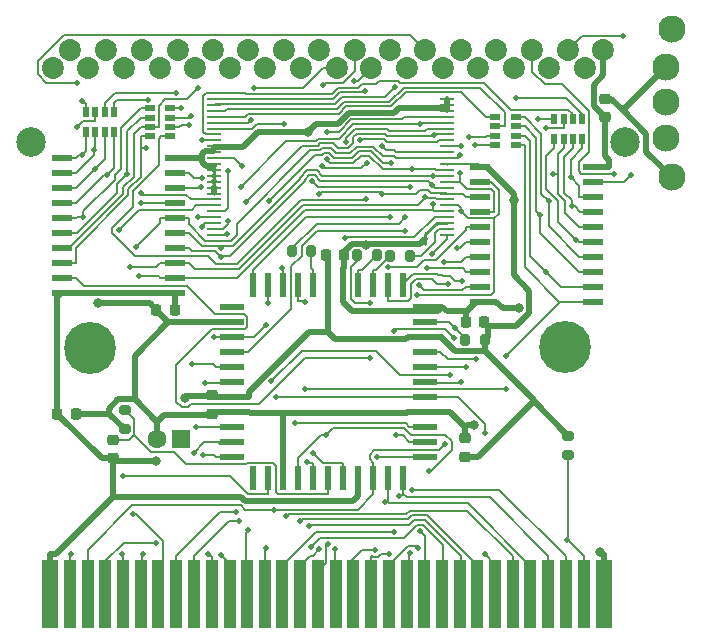
<source format=gbr>
%TF.GenerationSoftware,KiCad,Pcbnew,(6.0.2)*%
%TF.CreationDate,2022-08-24T14:22:50-05:00*%
%TF.ProjectId,CP RSF,43502052-5346-42e6-9b69-6361645f7063,rev?*%
%TF.SameCoordinates,Original*%
%TF.FileFunction,Copper,L1,Top*%
%TF.FilePolarity,Positive*%
%FSLAX46Y46*%
G04 Gerber Fmt 4.6, Leading zero omitted, Abs format (unit mm)*
G04 Created by KiCad (PCBNEW (6.0.2)) date 2022-08-24 14:22:50*
%MOMM*%
%LPD*%
G01*
G04 APERTURE LIST*
G04 Aperture macros list*
%AMRoundRect*
0 Rectangle with rounded corners*
0 $1 Rounding radius*
0 $2 $3 $4 $5 $6 $7 $8 $9 X,Y pos of 4 corners*
0 Add a 4 corners polygon primitive as box body*
4,1,4,$2,$3,$4,$5,$6,$7,$8,$9,$2,$3,0*
0 Add four circle primitives for the rounded corners*
1,1,$1+$1,$2,$3*
1,1,$1+$1,$4,$5*
1,1,$1+$1,$6,$7*
1,1,$1+$1,$8,$9*
0 Add four rect primitives between the rounded corners*
20,1,$1+$1,$2,$3,$4,$5,0*
20,1,$1+$1,$4,$5,$6,$7,0*
20,1,$1+$1,$6,$7,$8,$9,0*
20,1,$1+$1,$8,$9,$2,$3,0*%
G04 Aperture macros list end*
%TA.AperFunction,ComponentPad*%
%ADD10C,2.300000*%
%TD*%
%TA.AperFunction,SMDPad,CuDef*%
%ADD11RoundRect,0.225000X-0.225000X-0.250000X0.225000X-0.250000X0.225000X0.250000X-0.225000X0.250000X0*%
%TD*%
%TA.AperFunction,ComponentPad*%
%ADD12C,4.400000*%
%TD*%
%TA.AperFunction,SMDPad,CuDef*%
%ADD13R,1.803400X0.533400*%
%TD*%
%TA.AperFunction,SMDPad,CuDef*%
%ADD14R,0.939800X0.508000*%
%TD*%
%TA.AperFunction,SMDPad,CuDef*%
%ADD15RoundRect,0.200000X0.200000X0.275000X-0.200000X0.275000X-0.200000X-0.275000X0.200000X-0.275000X0*%
%TD*%
%TA.AperFunction,SMDPad,CuDef*%
%ADD16RoundRect,0.225000X-0.250000X0.225000X-0.250000X-0.225000X0.250000X-0.225000X0.250000X0.225000X0*%
%TD*%
%TA.AperFunction,SMDPad,CuDef*%
%ADD17R,1.206500X0.279400*%
%TD*%
%TA.AperFunction,SMDPad,CuDef*%
%ADD18RoundRect,0.225000X0.250000X-0.225000X0.250000X0.225000X-0.250000X0.225000X-0.250000X-0.225000X0*%
%TD*%
%TA.AperFunction,ComponentPad*%
%ADD19C,2.500000*%
%TD*%
%TA.AperFunction,SMDPad,CuDef*%
%ADD20R,0.584200X2.006600*%
%TD*%
%TA.AperFunction,SMDPad,CuDef*%
%ADD21R,2.006600X0.584200*%
%TD*%
%TA.AperFunction,ComponentPad*%
%ADD22R,1.600000X1.600000*%
%TD*%
%TA.AperFunction,ComponentPad*%
%ADD23C,1.600000*%
%TD*%
%TA.AperFunction,SMDPad,CuDef*%
%ADD24RoundRect,0.225000X0.225000X0.250000X-0.225000X0.250000X-0.225000X-0.250000X0.225000X-0.250000X0*%
%TD*%
%TA.AperFunction,SMDPad,CuDef*%
%ADD25RoundRect,0.200000X-0.275000X0.200000X-0.275000X-0.200000X0.275000X-0.200000X0.275000X0.200000X0*%
%TD*%
%TA.AperFunction,SMDPad,CuDef*%
%ADD26R,0.508000X0.939800*%
%TD*%
%TA.AperFunction,ComponentPad*%
%ADD27C,1.860000*%
%TD*%
%TA.AperFunction,SMDPad,CuDef*%
%ADD28R,1.430000X5.760000*%
%TD*%
%TA.AperFunction,SMDPad,CuDef*%
%ADD29R,1.030000X5.760000*%
%TD*%
%TA.AperFunction,ViaPad*%
%ADD30C,0.800000*%
%TD*%
%TA.AperFunction,ViaPad*%
%ADD31C,0.500000*%
%TD*%
%TA.AperFunction,Conductor*%
%ADD32C,0.500000*%
%TD*%
%TA.AperFunction,Conductor*%
%ADD33C,0.200000*%
%TD*%
%TA.AperFunction,Conductor*%
%ADD34C,0.250000*%
%TD*%
%TA.AperFunction,Conductor*%
%ADD35C,0.279200*%
%TD*%
G04 APERTURE END LIST*
D10*
%TO.P,S1,1,A*%
%TO.N,unconnected-(S1-Pad1)*%
X169552000Y-84772000D03*
%TO.P,S1,2,B*%
%TO.N,/Switch*%
X169540000Y-81722000D03*
%TO.P,S1,3,C*%
%TO.N,/GND*%
X169568000Y-78698000D03*
%TO.P,S1,4,Case_GND*%
X170027000Y-88067000D03*
%TO.P,S1,5,Case_GND*%
%TO.N,unconnected-(S1-Pad5)*%
X170038000Y-75501000D03*
%TD*%
D11*
%TO.P,C4,1*%
%TO.N,/VCC*%
X140729000Y-94621000D03*
%TO.P,C4,2*%
%TO.N,/GND*%
X142279000Y-94621000D03*
%TD*%
D12*
%TO.P,Hole3,1*%
%TO.N,N/C*%
X161043000Y-102433000D03*
%TD*%
D13*
%TO.P,U2,1,DIR*%
%TO.N,/VCC*%
X153823800Y-87158000D03*
%TO.P,U2,2,A0*%
%TO.N,/AD8*%
X153823800Y-88428000D03*
%TO.P,U2,3,A1*%
%TO.N,/AD9*%
X153823800Y-89698000D03*
%TO.P,U2,4,A2*%
%TO.N,/AD10*%
X153823800Y-90968000D03*
%TO.P,U2,5,A3*%
%TO.N,/AD11*%
X153823800Y-92238000D03*
%TO.P,U2,6,A4*%
%TO.N,/AD12*%
X153823800Y-93508000D03*
%TO.P,U2,7,A5*%
%TO.N,/AD13*%
X153823800Y-94778000D03*
%TO.P,U2,8,A6*%
%TO.N,/AD14*%
X153823800Y-96048000D03*
%TO.P,U2,9,A7*%
%TO.N,/AD15*%
X153823800Y-97318000D03*
%TO.P,U2,10,GND*%
%TO.N,/GND*%
X153823800Y-98588000D03*
%TO.P,U2,11,B7*%
%TO.N,/AD15.B7*%
X163374200Y-98588000D03*
%TO.P,U2,12,B6*%
%TO.N,/AD14.B6*%
X163374200Y-97318000D03*
%TO.P,U2,13,B5*%
%TO.N,/AD13.B5*%
X163374200Y-96048000D03*
%TO.P,U2,14,B4*%
%TO.N,/AD12.B4*%
X163374200Y-94778000D03*
%TO.P,U2,15,B3*%
%TO.N,/AD11.B3*%
X163374200Y-93508000D03*
%TO.P,U2,16,B2*%
%TO.N,/AD10.B2*%
X163374200Y-92238000D03*
%TO.P,U2,17,B1*%
%TO.N,/AD9.B1*%
X163374200Y-90968000D03*
%TO.P,U2,18,B0*%
%TO.N,/AD8.B0*%
X163374200Y-89698000D03*
%TO.P,U2,19,OE*%
%TO.N,/245.OE*%
X163374200Y-88428000D03*
%TO.P,U2,20,VCC*%
%TO.N,/VCC*%
X163374200Y-87158000D03*
%TD*%
D14*
%TO.P,RP1,1,1*%
%TO.N,/AD3.B3*%
X125842000Y-82216401D03*
%TO.P,RP1,2,2*%
%TO.N,/AD2.B2*%
X125842000Y-83016002D03*
%TO.P,RP1,3,3*%
%TO.N,/AD1.B1*%
X125842000Y-83816000D03*
%TO.P,RP1,4,4*%
%TO.N,/AD0.B0*%
X125842000Y-84603201D03*
%TO.P,RP1,5,5*%
%TO.N,/SST.A0*%
X127569200Y-84603201D03*
%TO.P,RP1,6,6*%
%TO.N,/SST.A1*%
X127569200Y-83816000D03*
%TO.P,RP1,7,7*%
%TO.N,/SST.A2*%
X127569200Y-83016002D03*
%TO.P,RP1,8,8*%
%TO.N,/SST.A3*%
X127569200Y-82216401D03*
%TD*%
D15*
%TO.P,R5,1*%
%TO.N,/245.OE.Altera*%
X145061000Y-94653000D03*
%TO.P,R5,2*%
%TO.N,/245.OE*%
X143411000Y-94653000D03*
%TD*%
D16*
%TO.P,C6,1*%
%TO.N,/VCC*%
X131098000Y-106511000D03*
%TO.P,C6,2*%
%TO.N,/GND*%
X131098000Y-108061000D03*
%TD*%
D17*
%TO.P,U3,1,A15*%
%TO.N,/SST.A15*%
X131322150Y-81431001D03*
%TO.P,U3,2,A14*%
%TO.N,/SST.A14*%
X131322150Y-81931000D03*
%TO.P,U3,3,A13*%
%TO.N,/SST.A13*%
X131322150Y-82430999D03*
%TO.P,U3,4,A12*%
%TO.N,/SST.A12*%
X131322150Y-82931001D03*
%TO.P,U3,5,A11*%
%TO.N,/SST.A11*%
X131322150Y-83431000D03*
%TO.P,U3,6,A10*%
%TO.N,/SST.A10*%
X131322150Y-83930999D03*
%TO.P,U3,7,A9*%
%TO.N,/SST.A9*%
X131322150Y-84431000D03*
%TO.P,U3,8,A8*%
%TO.N,/SST.A8*%
X131322150Y-84930999D03*
%TO.P,U3,9,NC*%
%TO.N,/GND*%
X131322150Y-85431001D03*
%TO.P,U3,10,NC*%
X131322150Y-85931000D03*
%TO.P,U3,11,\u002AWE*%
%TO.N,/Write*%
X131322150Y-86430999D03*
%TO.P,U3,12,NC*%
%TO.N,/GND*%
X131322150Y-86931000D03*
%TO.P,U3,13,NC*%
X131322150Y-87431000D03*
%TO.P,U3,14,NC*%
X131322150Y-87931001D03*
%TO.P,U3,15,NC*%
X131322150Y-88431000D03*
%TO.P,U3,16,NC*%
X131322150Y-88930999D03*
%TO.P,U3,17,A17*%
X131322150Y-89431001D03*
%TO.P,U3,18,A7*%
%TO.N,/SST.A7*%
X131322150Y-89931000D03*
%TO.P,U3,19,A6*%
%TO.N,/SST.A6*%
X131322150Y-90431001D03*
%TO.P,U3,20,A5*%
%TO.N,/SST.A5*%
X131322150Y-90931000D03*
%TO.P,U3,21,A4*%
%TO.N,/SST.A4*%
X131322150Y-91430999D03*
%TO.P,U3,22,A3*%
%TO.N,/SST.A3*%
X131322150Y-91931001D03*
%TO.P,U3,23,A2*%
%TO.N,/SST.A2*%
X131322150Y-92431000D03*
%TO.P,U3,24,A1*%
%TO.N,/SST.A1*%
X131322150Y-92931001D03*
%TO.P,U3,25,A0*%
%TO.N,/SST.A0*%
X151019850Y-92930999D03*
%TO.P,U3,26,\u002ACE*%
%TO.N,/SST.CE*%
X151019850Y-92431000D03*
%TO.P,U3,27,VSS*%
%TO.N,/GND*%
X151019850Y-91931001D03*
%TO.P,U3,28,\u002AOE*%
%TO.N,/Read_Bottom*%
X151019850Y-91430999D03*
%TO.P,U3,29,DQ0*%
%TO.N,/AD0*%
X151019850Y-90931000D03*
%TO.P,U3,30,DQ8*%
%TO.N,/AD8*%
X151019850Y-90430999D03*
%TO.P,U3,31,DQ1*%
%TO.N,/AD1*%
X151019850Y-89931000D03*
%TO.P,U3,32,DQ9*%
%TO.N,/AD9*%
X151019850Y-89431001D03*
%TO.P,U3,33,DQ2*%
%TO.N,/AD2*%
X151019850Y-88930999D03*
%TO.P,U3,34,DQ10*%
%TO.N,/AD10*%
X151019850Y-88431000D03*
%TO.P,U3,35,DQ3*%
%TO.N,/AD3*%
X151019850Y-87930998D03*
%TO.P,U3,36,DQ11*%
%TO.N,/AD11*%
X151019850Y-87431000D03*
%TO.P,U3,37,VDD*%
%TO.N,/VCC*%
X151019850Y-86931000D03*
%TO.P,U3,38,DQ4*%
%TO.N,/AD4*%
X151019850Y-86430999D03*
%TO.P,U3,39,DQ12*%
%TO.N,/AD12*%
X151019850Y-85931000D03*
%TO.P,U3,40,DQ5*%
%TO.N,/AD5*%
X151019850Y-85431001D03*
%TO.P,U3,41,DQ13*%
%TO.N,/AD13*%
X151019850Y-84930999D03*
%TO.P,U3,42,DQ6*%
%TO.N,/AD6*%
X151019850Y-84431000D03*
%TO.P,U3,43,DQ14*%
%TO.N,/AD14*%
X151019850Y-83930999D03*
%TO.P,U3,44,DQ7*%
%TO.N,/AD7*%
X151019850Y-83431000D03*
%TO.P,U3,45,DQ15*%
%TO.N,/AD15*%
X151019850Y-82931001D03*
%TO.P,U3,46,VSS*%
%TO.N,/GND*%
X151019850Y-82430999D03*
%TO.P,U3,47,NC*%
X151019850Y-81931000D03*
%TO.P,U3,48,A16*%
X151019850Y-81430999D03*
%TD*%
D18*
%TO.P,C1,1*%
%TO.N,/VCC*%
X122754000Y-111841000D03*
%TO.P,C1,2*%
%TO.N,/Const_Low*%
X122754000Y-110291000D03*
%TD*%
D19*
%TO.P,Hole1,1*%
%TO.N,N/C*%
X115831000Y-85035000D03*
%TD*%
D20*
%TO.P,U4,1,INPUT/GCLRN*%
%TO.N,/Const_Low*%
X140959000Y-113557800D03*
%TO.P,U4,2,INPUT/OE2/GCLK2*%
%TO.N,/A17*%
X142229000Y-113557800D03*
%TO.P,U4,3,VCCINT3-3VONLY*%
%TO.N,/VCC*%
X143499000Y-113557800D03*
%TO.P,U4,4,IO_A_16*%
%TO.N,/Write*%
X144769000Y-113557800D03*
%TO.P,U4,5,IO_A_14*%
%TO.N,/A22*%
X146039000Y-113557800D03*
%TO.P,U4,6,IO_A_11*%
%TO.N,/A23*%
X147309000Y-113557800D03*
D21*
%TO.P,U4,7,TDI*%
%TO.N,/AD0.B0*%
X149137800Y-111729000D03*
%TO.P,U4,8,IO_A_5*%
%TO.N,/Read_Bottom*%
X149137800Y-110459000D03*
%TO.P,U4,9,IO_A_4*%
%TO.N,/AD1.B1*%
X149137800Y-109189000D03*
%TO.P,U4,10,GNDIO*%
%TO.N,/GND*%
X149137800Y-107919000D03*
%TO.P,U4,11,IO_A_3*%
%TO.N,/A20*%
X149137800Y-106649000D03*
%TO.P,U4,12,IO_A_1*%
%TO.N,/CS.ROM*%
X149137800Y-105379000D03*
%TO.P,U4,13,TMS*%
%TO.N,/AD11.B3*%
X149137800Y-104109000D03*
%TO.P,U4,14,IO_B_30*%
%TO.N,/AD14.B6*%
X149137800Y-102839000D03*
%TO.P,U4,15,VCCIO2-5VOR3-3V*%
%TO.N,/VCC*%
X149137800Y-101569000D03*
%TO.P,U4,16,IO_B_25*%
%TO.N,/Switch*%
X149137800Y-100299000D03*
%TO.P,U4,17,GNDIO*%
%TO.N,/GND*%
X149137800Y-99029000D03*
D20*
%TO.P,U4,18,IO_B_21*%
%TO.N,/AD13.B5*%
X147309000Y-97200200D03*
%TO.P,U4,19,IO_B_20*%
%TO.N,/AD12.B4*%
X146039000Y-97200200D03*
%TO.P,U4,20,IO_B_19*%
%TO.N,/SST.CE.Altera*%
X144769000Y-97200200D03*
%TO.P,U4,21,IO_B_17*%
%TO.N,/245.OE.Altera*%
X143499000Y-97200200D03*
%TO.P,U4,22,GNDINT*%
%TO.N,/GND*%
X142229000Y-97200200D03*
%TO.P,U4,23,VCCINT3-3VONLY_2*%
%TO.N,/VCC*%
X140959000Y-97200200D03*
%TO.P,U4,24,IO_C_33*%
%TO.N,/Rd.Top.Altera*%
X139689000Y-97200200D03*
%TO.P,U4,25,IO_C_35*%
%TO.N,/AD15.B7*%
X138419000Y-97200200D03*
%TO.P,U4,26,IO_C_36*%
%TO.N,/A19*%
X137149000Y-97200200D03*
%TO.P,U4,27,IO_C_37*%
%TO.N,/AD9.B1*%
X135879000Y-97200200D03*
%TO.P,U4,28,IO_C_40*%
%TO.N,/AD10.B2*%
X134609000Y-97200200D03*
D21*
%TO.P,U4,29,IO_C_41*%
%TO.N,unconnected-(U4-Pad29)*%
X132780200Y-99029000D03*
%TO.P,U4,30,GNDIO*%
%TO.N,/GND*%
X132780200Y-100299000D03*
%TO.P,U4,31,IO_C_46*%
%TO.N,/A21*%
X132780200Y-101569000D03*
%TO.P,U4,32,TCK*%
%TO.N,/AD8.B0*%
X132780200Y-102839000D03*
%TO.P,U4,33,IO_D_49*%
%TO.N,/AD2.B2*%
X132780200Y-104109000D03*
%TO.P,U4,34,IO_D_51*%
%TO.N,/AD6.B6*%
X132780200Y-105379000D03*
%TO.P,U4,35,VCCIO2-5VOR3-3V_2*%
%TO.N,/VCC*%
X132780200Y-106649000D03*
%TO.P,U4,36,GNDIO*%
%TO.N,/GND*%
X132780200Y-107919000D03*
%TO.P,U4,37,IO_D_53*%
%TO.N,/AD5.B5*%
X132780200Y-109189000D03*
%TO.P,U4,38,TDO*%
%TO.N,/AD4.B4*%
X132780200Y-110459000D03*
%TO.P,U4,39,IO_D_57*%
%TO.N,/AD7.B7*%
X132780200Y-111729000D03*
D20*
%TO.P,U4,40,IO_D_62*%
%TO.N,unconnected-(U4-Pad40)*%
X134609000Y-113557800D03*
%TO.P,U4,41,IO_D_64*%
%TO.N,/AD3.B3*%
X135879000Y-113557800D03*
%TO.P,U4,42,GNDINT*%
%TO.N,/GND*%
X137149000Y-113557800D03*
%TO.P,U4,43,INPUT/GCLK1*%
%TO.N,/A16*%
X138419000Y-113557800D03*
%TO.P,U4,44,INPUT/OE1*%
%TO.N,/A18*%
X139689000Y-113557800D03*
%TD*%
D15*
%TO.P,R3,1*%
%TO.N,/SST.CE*%
X147840000Y-94693000D03*
%TO.P,R3,2*%
%TO.N,/SST.CE.Altera*%
X146190000Y-94693000D03*
%TD*%
D22*
%TO.P,C8,1*%
%TO.N,/VCC*%
X128473100Y-110218000D03*
D23*
%TO.P,C8,2*%
%TO.N,/GND*%
X126473100Y-110218000D03*
%TD*%
D19*
%TO.P,Hole2,1*%
%TO.N,N/C*%
X166073000Y-85049000D03*
%TD*%
D14*
%TO.P,RP4,1,1*%
%TO.N,/AD15.B7*%
X156838000Y-85351400D03*
%TO.P,RP4,2,2*%
%TO.N,/AD14.B6*%
X156838000Y-84551799D03*
%TO.P,RP4,3,3*%
%TO.N,/AD13.B5*%
X156838000Y-83751801D03*
%TO.P,RP4,4,4*%
%TO.N,/AD12.B4*%
X156838000Y-82964600D03*
%TO.P,RP4,5,5*%
%TO.N,/SST.A12*%
X155110800Y-82964600D03*
%TO.P,RP4,6,6*%
%TO.N,/SST.A13*%
X155110800Y-83751801D03*
%TO.P,RP4,7,7*%
%TO.N,/SST.A14*%
X155110800Y-84551799D03*
%TO.P,RP4,8,8*%
%TO.N,/SST.A15*%
X155110800Y-85351400D03*
%TD*%
D24*
%TO.P,C3,1*%
%TO.N,/VCC*%
X154142000Y-100336000D03*
%TO.P,C3,2*%
%TO.N,/GND*%
X152592000Y-100336000D03*
%TD*%
D11*
%TO.P,C5,1*%
%TO.N,/VCC*%
X118016000Y-108068000D03*
%TO.P,C5,2*%
%TO.N,/GND*%
X119566000Y-108068000D03*
%TD*%
D15*
%TO.P,R6,1*%
%TO.N,/VCC*%
X154188000Y-101839000D03*
%TO.P,R6,2*%
%TO.N,/Switch*%
X152538000Y-101839000D03*
%TD*%
D25*
%TO.P,R1,1*%
%TO.N,/VCC*%
X161272000Y-109950000D03*
%TO.P,R1,2*%
%TO.N,/REQ*%
X161272000Y-111600000D03*
%TD*%
D13*
%TO.P,U1,1,DIR*%
%TO.N,/VCC*%
X127952200Y-97827000D03*
%TO.P,U1,2,A0*%
%TO.N,/AD0*%
X127952200Y-96557000D03*
%TO.P,U1,3,A1*%
%TO.N,/AD1*%
X127952200Y-95287000D03*
%TO.P,U1,4,A2*%
%TO.N,/AD2*%
X127952200Y-94017000D03*
%TO.P,U1,5,A3*%
%TO.N,/AD3*%
X127952200Y-92747000D03*
%TO.P,U1,6,A4*%
%TO.N,/AD4*%
X127952200Y-91477000D03*
%TO.P,U1,7,A5*%
%TO.N,/AD5*%
X127952200Y-90207000D03*
%TO.P,U1,8,A6*%
%TO.N,/AD6*%
X127952200Y-88937000D03*
%TO.P,U1,9,A7*%
%TO.N,/AD7*%
X127952200Y-87667000D03*
%TO.P,U1,10,GND*%
%TO.N,/GND*%
X127952200Y-86397000D03*
%TO.P,U1,11,B7*%
%TO.N,/AD7.B7*%
X118401800Y-86397000D03*
%TO.P,U1,12,B6*%
%TO.N,/AD6.B6*%
X118401800Y-87667000D03*
%TO.P,U1,13,B5*%
%TO.N,/AD5.B5*%
X118401800Y-88937000D03*
%TO.P,U1,14,B4*%
%TO.N,/AD4.B4*%
X118401800Y-90207000D03*
%TO.P,U1,15,B3*%
%TO.N,/AD3.B3*%
X118401800Y-91477000D03*
%TO.P,U1,16,B2*%
%TO.N,/AD2.B2*%
X118401800Y-92747000D03*
%TO.P,U1,17,B1*%
%TO.N,/AD1.B1*%
X118401800Y-94017000D03*
%TO.P,U1,18,B0*%
%TO.N,/AD0.B0*%
X118401800Y-95287000D03*
%TO.P,U1,19,OE*%
%TO.N,/245.OE*%
X118401800Y-96557000D03*
%TO.P,U1,20,VCC*%
%TO.N,/VCC*%
X118401800Y-97827000D03*
%TD*%
D18*
%TO.P,C9,1*%
%TO.N,/VCC*%
X164396000Y-82939000D03*
%TO.P,C9,2*%
%TO.N,/GND*%
X164396000Y-81389000D03*
%TD*%
D26*
%TO.P,RP2,1,1*%
%TO.N,/AD7.B7*%
X120434400Y-84228000D03*
%TO.P,RP2,2,2*%
%TO.N,/AD6.B6*%
X121234001Y-84228000D03*
%TO.P,RP2,3,3*%
%TO.N,/AD5.B5*%
X122033999Y-84228000D03*
%TO.P,RP2,4,4*%
%TO.N,/AD4.B4*%
X122821200Y-84228000D03*
%TO.P,RP2,5,5*%
%TO.N,/SST.A4*%
X122821200Y-82500800D03*
%TO.P,RP2,6,6*%
%TO.N,/SST.A5*%
X122033999Y-82500800D03*
%TO.P,RP2,7,7*%
%TO.N,/SST.A6*%
X121234001Y-82500800D03*
%TO.P,RP2,8,8*%
%TO.N,/SST.A7*%
X120434400Y-82500800D03*
%TD*%
D27*
%TO.P,J2,1,+3.3V/+5V*%
%TO.N,/VCC*%
X164245000Y-77303000D03*
%TO.P,J2,2,Clock*%
%TO.N,/Clock*%
X162698500Y-78811000D03*
%TO.P,J2,3,/WR*%
%TO.N,/Write*%
X161230100Y-77302900D03*
%TO.P,J2,4,/RD*%
%TO.N,/Read_Top*%
X159682000Y-78809000D03*
%TO.P,J2,5,/CS.ROM*%
%TO.N,/CS.ROM*%
X158212000Y-77303000D03*
%TO.P,J2,6,AD0*%
%TO.N,/AD0*%
X156666000Y-78811000D03*
%TO.P,J2,7,AD1*%
%TO.N,/AD1*%
X155197600Y-77302900D03*
%TO.P,J2,8,AD2*%
%TO.N,/AD2*%
X153648000Y-78810000D03*
%TO.P,J2,9,AD3*%
%TO.N,/AD3*%
X152222000Y-77304000D03*
%TO.P,J2,10,AD4*%
%TO.N,/AD4*%
X150673200Y-78811000D03*
%TO.P,J2,11,AD5*%
%TO.N,/AD5*%
X149165100Y-77302900D03*
%TO.P,J2,12,AD6*%
%TO.N,/AD6*%
X147613000Y-78811000D03*
%TO.P,J2,13,AD7*%
%TO.N,/AD7*%
X146148800Y-77302900D03*
%TO.P,J2,14,AD8*%
%TO.N,/AD8*%
X144599000Y-78811000D03*
%TO.P,J2,15,AD9*%
%TO.N,/AD9*%
X143213000Y-77302000D03*
%TO.P,J2,16,AD10*%
%TO.N,/AD10*%
X141662000Y-78812000D03*
%TO.P,J2,17,AD11*%
%TO.N,/AD11*%
X140192000Y-77303000D03*
%TO.P,J2,18,AD12*%
%TO.N,/AD12*%
X138647000Y-78810000D03*
%TO.P,J2,19,AD13*%
%TO.N,/AD13*%
X137178000Y-77304000D03*
%TO.P,J2,20,AD14*%
%TO.N,/AD14*%
X135630000Y-78812000D03*
%TO.P,J2,21,AD15*%
%TO.N,/AD15*%
X134162000Y-77302000D03*
%TO.P,J2,22,A16*%
%TO.N,/A16*%
X132617000Y-78810000D03*
%TO.P,J2,23,A17*%
%TO.N,/A17*%
X131184000Y-77301000D03*
%TO.P,J2,24,A18*%
%TO.N,/A18*%
X129640000Y-78811000D03*
%TO.P,J2,25,A19*%
%TO.N,/A19*%
X128249000Y-77306000D03*
%TO.P,J2,26,A20*%
%TO.N,/A20*%
X126698000Y-78809000D03*
%TO.P,J2,27,A21*%
%TO.N,/A21*%
X125153000Y-77304000D03*
%TO.P,J2,28,A22*%
%TO.N,/A22*%
X123646000Y-78811000D03*
%TO.P,J2,29,A23*%
%TO.N,/A23*%
X122139000Y-77304000D03*
%TO.P,J2,30,/CS.SRAM*%
%TO.N,/CS.SRAM*%
X120632000Y-78819000D03*
%TO.P,J2,31,/REQ*%
%TO.N,/REQ*%
X119117000Y-77304000D03*
%TO.P,J2,32,GND*%
%TO.N,/GND*%
X117613500Y-78811000D03*
%TD*%
D28*
%TO.P,J1,1,+3.3V/+5V*%
%TO.N,/VCC*%
X117389000Y-123302000D03*
D29*
%TO.P,J1,2,Clock*%
%TO.N,/Clock*%
X119084000Y-123298000D03*
%TO.P,J1,3,/WR*%
%TO.N,/Write*%
X120579000Y-123298000D03*
%TO.P,J1,4,/RD*%
%TO.N,/Read_Bottom*%
X122086000Y-123298000D03*
%TO.P,J1,5,/CS.ROM*%
%TO.N,/CS.ROM*%
X123577000Y-123298000D03*
%TO.P,J1,6,AD0*%
%TO.N,/AD0*%
X125084000Y-123298000D03*
%TO.P,J1,7,AD1*%
%TO.N,/AD1*%
X126579000Y-123298000D03*
%TO.P,J1,8,AD2*%
%TO.N,/AD2*%
X128086000Y-123308000D03*
%TO.P,J1,9,AD3*%
%TO.N,/AD3*%
X129580000Y-123303000D03*
%TO.P,J1,10,AD4*%
%TO.N,/AD4*%
X131079000Y-123307000D03*
%TO.P,J1,11,AD5*%
%TO.N,/AD5*%
X132598000Y-123307000D03*
%TO.P,J1,12,AD6*%
%TO.N,/AD6*%
X134081000Y-123307000D03*
%TO.P,J1,13,AD7*%
%TO.N,/AD7*%
X135588000Y-123307000D03*
%TO.P,J1,14,AD8*%
%TO.N,/AD8*%
X137081000Y-123306000D03*
%TO.P,J1,15,AD9*%
%TO.N,/AD9*%
X138588000Y-123306000D03*
%TO.P,J1,16,AD10*%
%TO.N,/AD10*%
X140095000Y-123306000D03*
%TO.P,J1,17,AD11*%
%TO.N,/AD11*%
X141578000Y-123306000D03*
%TO.P,J1,18,AD12*%
%TO.N,/AD12*%
X143080000Y-123306000D03*
%TO.P,J1,19,AD13*%
%TO.N,/AD13*%
X144586000Y-123306000D03*
%TO.P,J1,20,AD14*%
%TO.N,/AD14*%
X146081000Y-123306000D03*
%TO.P,J1,21,AD15*%
%TO.N,/AD15*%
X147588000Y-123306000D03*
%TO.P,J1,22,A16*%
%TO.N,/A16*%
X149083000Y-123306000D03*
%TO.P,J1,23,A17*%
%TO.N,/A17*%
X150587000Y-123311000D03*
%TO.P,J1,24,A18*%
%TO.N,/A18*%
X152082000Y-123299000D03*
%TO.P,J1,25,A19*%
%TO.N,/A19*%
X153577000Y-123299000D03*
%TO.P,J1,26,A20*%
%TO.N,/A20*%
X155084000Y-123299000D03*
%TO.P,J1,27,A21*%
%TO.N,/A21*%
X156584000Y-123298000D03*
%TO.P,J1,28,A22*%
%TO.N,/A22*%
X158079000Y-123298000D03*
%TO.P,J1,29,A23*%
%TO.N,/A23*%
X159598000Y-123298000D03*
%TO.P,J1,30,/CS.SRAM*%
%TO.N,/CS.SRAM*%
X161087000Y-123305000D03*
%TO.P,J1,31,/REQ*%
%TO.N,/REQ*%
X162582000Y-123305000D03*
D28*
%TO.P,J1,32,GND*%
%TO.N,/GND*%
X164280000Y-123305000D03*
%TD*%
D26*
%TO.P,RP3,1,1*%
%TO.N,/AD11.B3*%
X160081000Y-84827000D03*
%TO.P,RP3,2,2*%
%TO.N,/AD10.B2*%
X160880601Y-84827000D03*
%TO.P,RP3,3,3*%
%TO.N,/AD9.B1*%
X161680599Y-84827000D03*
%TO.P,RP3,4,4*%
%TO.N,/AD8.B0*%
X162467800Y-84827000D03*
%TO.P,RP3,5,5*%
%TO.N,/SST.A8*%
X162467800Y-83099800D03*
%TO.P,RP3,6,6*%
%TO.N,/SST.A9*%
X161680599Y-83099800D03*
%TO.P,RP3,7,7*%
%TO.N,/SST.A10*%
X160880601Y-83099800D03*
%TO.P,RP3,8,8*%
%TO.N,/SST.A11*%
X160081000Y-83099800D03*
%TD*%
D12*
%TO.P,Hole4,1*%
%TO.N,N/C*%
X120795000Y-102481000D03*
%TD*%
D25*
%TO.P,R2,1*%
%TO.N,/Const_Low*%
X123711000Y-107745000D03*
%TO.P,R2,2*%
%TO.N,/GND*%
X123711000Y-109395000D03*
%TD*%
D18*
%TO.P,C7,1*%
%TO.N,/VCC*%
X152500000Y-111698000D03*
%TO.P,C7,2*%
%TO.N,/GND*%
X152500000Y-110148000D03*
%TD*%
D15*
%TO.P,R4,1*%
%TO.N,/Rd.Top.Altera*%
X139538000Y-94283000D03*
%TO.P,R4,2*%
%TO.N,/Read_Top*%
X137888000Y-94283000D03*
%TD*%
D24*
%TO.P,C2,1*%
%TO.N,/VCC*%
X127943000Y-99286000D03*
%TO.P,C2,2*%
%TO.N,/GND*%
X126393000Y-99286000D03*
%TD*%
D30*
%TO.N,/VCC*%
X128844500Y-106774200D03*
X126392900Y-112066300D03*
X156671100Y-90006500D03*
D31*
%TO.N,/REQ*%
X161209300Y-118801700D03*
D30*
%TO.N,/GND*%
X163960000Y-119814800D03*
X121442600Y-98741400D03*
X144179700Y-93783800D03*
X153265500Y-108996700D03*
X157114000Y-99154700D03*
X139250800Y-84235600D03*
D31*
%TO.N,/Read_Top*%
X147486900Y-91403300D03*
%TO.N,/245.OE*%
X146509700Y-101037300D03*
X144501400Y-103357000D03*
X144530600Y-98681700D03*
X151615100Y-101699200D03*
X166554300Y-87885400D03*
%TO.N,/Switch*%
X151690200Y-100840300D03*
%TO.N,/SST.A15*%
X144043000Y-80710800D03*
X153412400Y-85351400D03*
%TO.N,/SST.A14*%
X146601400Y-80422500D03*
X152862300Y-84612800D03*
%TO.N,/SST.A11*%
X139574600Y-88408200D03*
X147879900Y-88904600D03*
X158720400Y-83099800D03*
X134389300Y-83223100D03*
%TO.N,/SST.A10*%
X144219000Y-86812300D03*
X137235300Y-83530900D03*
X140415300Y-87126900D03*
X159401600Y-83869800D03*
%TO.N,/SST.A8*%
X156836300Y-81362700D03*
X135909200Y-90078100D03*
X130228900Y-84931000D03*
X146264300Y-86821200D03*
%TO.N,/Write*%
X136348200Y-116189200D03*
X133668800Y-87115700D03*
X150851800Y-110618800D03*
X165919000Y-76060100D03*
%TO.N,/SST.A7*%
X120067200Y-81572400D03*
X125091100Y-89352700D03*
%TO.N,/SST.A6*%
X119724500Y-83760900D03*
X123253200Y-92505800D03*
%TO.N,/SST.A5*%
X128078800Y-80899700D03*
X132473100Y-87534600D03*
%TO.N,/SST.A4*%
X125724800Y-81499200D03*
X129950500Y-91431000D03*
%TO.N,/SST.A3*%
X130254900Y-92296900D03*
X128506900Y-82216400D03*
%TO.N,/SST.A2*%
X132483500Y-91729100D03*
X129295000Y-82906800D03*
%TO.N,/SST.A1*%
X132394600Y-92861600D03*
X129200500Y-83612300D03*
%TO.N,/SST.A0*%
X149781500Y-94538700D03*
X144115500Y-89854800D03*
%TO.N,/Read_Bottom*%
X126394100Y-118998200D03*
X146681200Y-109882900D03*
X142351700Y-93176100D03*
%TO.N,/AD0*%
X124961400Y-96445700D03*
X149785700Y-90349200D03*
X125311500Y-119950700D03*
%TO.N,/AD8*%
X152180000Y-90883600D03*
X143146500Y-79903400D03*
X146540000Y-118075100D03*
X148496400Y-98040300D03*
%TO.N,/AD1*%
X124439900Y-116545700D03*
X124210700Y-95631200D03*
X149153800Y-89756500D03*
%TO.N,/AD9*%
X145545900Y-89505600D03*
X140199000Y-89454700D03*
X140522800Y-80242000D03*
X140199000Y-119545200D03*
%TO.N,/AD2*%
X149773500Y-88747200D03*
X131902000Y-94821000D03*
X133170800Y-116387800D03*
%TO.N,/AD10*%
X140951600Y-119125200D03*
X152075200Y-87654900D03*
X134673100Y-80460100D03*
%TO.N,/AD3*%
X149844200Y-87945400D03*
X131884500Y-94011600D03*
X133414900Y-117187000D03*
%TO.N,/AD11*%
X141537000Y-119530100D03*
X146022800Y-95693900D03*
X140818200Y-86539400D03*
X148068400Y-87315000D03*
%TO.N,/AD4*%
X130799100Y-119974400D03*
X124717700Y-93964800D03*
X152093600Y-86154500D03*
%TO.N,/AD12*%
X151889900Y-94051200D03*
X145506400Y-85412100D03*
X144933700Y-119641700D03*
%TO.N,/AD5*%
X152229300Y-85431000D03*
X119675000Y-80049200D03*
X131845000Y-120024200D03*
X125136500Y-90225700D03*
%TO.N,/AD13*%
X143641500Y-84911800D03*
X146076200Y-119961700D03*
X150727400Y-95221900D03*
%TO.N,/AD6*%
X130222000Y-88904900D03*
X134026500Y-90119500D03*
X149937300Y-84496000D03*
X134203000Y-117951800D03*
%TO.N,/AD14*%
X142440200Y-85035900D03*
X148517100Y-119438400D03*
X149313400Y-95696500D03*
%TO.N,/AD7*%
X135670700Y-119411100D03*
X148731300Y-83507400D03*
X130226000Y-88094100D03*
X133539300Y-88853700D03*
%TO.N,/AD15*%
X147913100Y-119855600D03*
X148632300Y-97208900D03*
X140863800Y-84238800D03*
%TO.N,/Clock*%
X119154000Y-119938500D03*
%TO.N,/CS.ROM*%
X123477300Y-119953800D03*
X152165200Y-105379000D03*
X165160600Y-87744100D03*
%TO.N,/A16*%
X140754100Y-109870600D03*
X148748300Y-118027800D03*
X149500500Y-112915400D03*
%TO.N,/A17*%
X139496500Y-119342700D03*
X139648900Y-111370200D03*
%TO.N,/A18*%
X139161300Y-112149000D03*
X139367500Y-117583500D03*
%TO.N,/A19*%
X138589900Y-117186600D03*
X137028100Y-95743500D03*
%TO.N,/A20*%
X154211500Y-109735600D03*
X154211500Y-119961000D03*
X136548600Y-106649000D03*
%TO.N,/A21*%
X137386200Y-116770300D03*
X131257900Y-101569000D03*
X135688100Y-100552800D03*
%TO.N,/A22*%
X145751300Y-115570700D03*
%TO.N,/A23*%
X146977900Y-115080700D03*
%TO.N,/CS.SRAM*%
X148070700Y-114492300D03*
%TO.N,/AD3.B3*%
X120224900Y-91382600D03*
X123608700Y-113356200D03*
%TO.N,/AD2.B2*%
X129415100Y-103848000D03*
X123923100Y-87798600D03*
%TO.N,/AD1.B1*%
X129943400Y-80516400D03*
X138099900Y-108867600D03*
%TO.N,/AD0.B0*%
X125502900Y-85557100D03*
X145052700Y-111729000D03*
%TO.N,/AD4.B4*%
X129600100Y-111360000D03*
X122187800Y-87872500D03*
%TO.N,/AD5.B5*%
X129738800Y-109189000D03*
X121192500Y-87348100D03*
%TO.N,/AD6.B6*%
X121083700Y-85738900D03*
X130481400Y-105480000D03*
%TO.N,/AD7.B7*%
X130311700Y-111556100D03*
X120098000Y-86155100D03*
%TO.N,/AD11.B3*%
X152628000Y-104109000D03*
X161937700Y-93355400D03*
%TO.N,/AD10.B2*%
X146196700Y-91421400D03*
X159968500Y-87744300D03*
%TO.N,/AD9.B1*%
X135879000Y-98694600D03*
X161574900Y-90501800D03*
X136151000Y-105328800D03*
X151230800Y-104786700D03*
%TO.N,/AD8.B0*%
X161478200Y-88074300D03*
X147429100Y-92573300D03*
%TO.N,/AD15.B7*%
X155969500Y-105971300D03*
X138963900Y-98622800D03*
X138963900Y-105971300D03*
X155969500Y-103218300D03*
%TO.N,/AD14.B6*%
X159419000Y-96086000D03*
X153447300Y-103475400D03*
%TO.N,/AD13.B5*%
X158870100Y-91220200D03*
X152273300Y-96874900D03*
%TO.N,/AD12.B4*%
X159615800Y-90037700D03*
X151073900Y-97076100D03*
%TD*%
D32*
%TO.N,/VCC*%
X133587200Y-115104000D02*
X122754000Y-115104000D01*
X164372800Y-82939000D02*
X164372800Y-86264600D01*
X143082500Y-115427700D02*
X133910900Y-115427700D01*
X140959000Y-101134300D02*
X139355500Y-101134300D01*
X164726000Y-86617800D02*
X164726000Y-87158000D01*
X131098000Y-106580000D02*
X129038700Y-106580000D01*
X157964100Y-97658700D02*
X156671100Y-96365700D01*
D33*
X153597000Y-86931000D02*
X153823800Y-87157800D01*
D32*
X161272000Y-109950000D02*
X158336300Y-107014300D01*
X122754000Y-115104000D02*
X117886100Y-119971900D01*
X122979300Y-112066300D02*
X126392900Y-112066300D01*
X147684400Y-101569000D02*
X147516000Y-101737400D01*
X117389000Y-123302000D02*
X117389000Y-119971900D01*
X127952200Y-99276800D02*
X127952200Y-97827000D01*
X129038700Y-106580000D02*
X128844500Y-106774200D01*
X119753600Y-97827000D02*
X126600400Y-97827000D01*
X117886100Y-119971900D02*
X117389000Y-119971900D01*
X153823800Y-87157800D02*
X153823800Y-87158000D01*
D34*
X154011000Y-100212000D02*
X154031000Y-100192000D01*
D32*
X154463400Y-101563600D02*
X154188000Y-101839000D01*
X122754000Y-111841000D02*
X122754000Y-115104000D01*
X164372800Y-82939000D02*
X164396000Y-82939000D01*
X156671100Y-89452200D02*
X154376900Y-87158000D01*
X121789000Y-111841000D02*
X122754000Y-111841000D01*
X163374200Y-87158000D02*
X164726000Y-87158000D01*
X118401800Y-97827000D02*
X119753600Y-97827000D01*
X139355500Y-101134300D02*
X134233600Y-106256200D01*
X127952200Y-97827000D02*
X126600400Y-97827000D01*
X154142000Y-100303000D02*
X154142000Y-100336000D01*
X149137800Y-101569000D02*
X150591200Y-101569000D01*
X156671100Y-96365700D02*
X156671100Y-90006500D01*
X147516000Y-101737400D02*
X141562100Y-101737400D01*
X156671100Y-90006500D02*
X156671100Y-89452200D01*
X132780200Y-106649000D02*
X131167000Y-106649000D01*
X158336300Y-106918000D02*
X154188000Y-102769700D01*
X118016000Y-108068000D02*
X121789000Y-111841000D01*
X152500000Y-111698000D02*
X153652600Y-111698000D01*
X163443800Y-80217300D02*
X164245000Y-79416100D01*
X140959000Y-101134300D02*
X140959000Y-98653600D01*
X143499000Y-115011200D02*
X143082500Y-115427700D01*
X140729000Y-94621000D02*
X140959000Y-94851000D01*
X164372800Y-86264600D02*
X164726000Y-86617800D01*
X156860700Y-100657400D02*
X157964100Y-99554000D01*
X118016000Y-98212800D02*
X118016000Y-108068000D01*
X140959000Y-94851000D02*
X140959000Y-97200200D01*
X154188000Y-102769700D02*
X154188000Y-101839000D01*
X143499000Y-113557800D02*
X143499000Y-115011200D01*
X154031000Y-100192000D02*
X154142000Y-100303000D01*
X140959000Y-97200200D02*
X140959000Y-98653600D01*
X132780200Y-106649000D02*
X134233600Y-106649000D01*
X150591200Y-101569000D02*
X150591200Y-101665500D01*
X131167000Y-106649000D02*
X131098000Y-106580000D01*
X131098000Y-106580000D02*
X131098000Y-106511000D01*
X158336300Y-107014300D02*
X158336300Y-106918000D01*
X141562100Y-101737400D02*
X140959000Y-101134300D01*
X133910900Y-115427700D02*
X133587200Y-115104000D01*
X149137800Y-101569000D02*
X147684400Y-101569000D01*
X127943000Y-99286000D02*
X127952200Y-99276800D01*
X154463400Y-100657400D02*
X156860700Y-100657400D01*
X150591200Y-101665500D02*
X151695400Y-102769700D01*
X151695400Y-102769700D02*
X154188000Y-102769700D01*
X164372800Y-82939000D02*
X163443800Y-82010000D01*
X122754000Y-111841000D02*
X122979300Y-112066300D01*
X154142000Y-100336000D02*
X154463400Y-100657400D01*
X134233600Y-106256200D02*
X134233600Y-106649000D01*
X154376900Y-87158000D02*
X153824000Y-87158000D01*
X118401800Y-97827000D02*
X118016000Y-98212800D01*
D34*
X154031000Y-100192000D02*
X154051000Y-100172000D01*
D33*
X151020000Y-86931000D02*
X153597000Y-86931000D01*
D32*
X154463400Y-100657400D02*
X154463400Y-101563600D01*
X153652600Y-111698000D02*
X158336300Y-107014300D01*
D33*
X153823800Y-87157800D02*
X153824000Y-87158000D01*
D32*
X163443800Y-82010000D02*
X163443800Y-80217300D01*
X157964100Y-99554000D02*
X157964100Y-97658700D01*
D35*
X151020000Y-86931000D02*
X151019900Y-86931000D01*
D32*
X164245000Y-79416100D02*
X164245000Y-77303000D01*
D33*
%TO.N,/REQ*%
X162582000Y-120111700D02*
X161272000Y-118801700D01*
X162582000Y-123305000D02*
X162582000Y-120111700D01*
X161272000Y-118801700D02*
X161209300Y-118801700D01*
X161272000Y-118801700D02*
X161272000Y-111600000D01*
%TO.N,/Const_Low*%
X134091800Y-112246200D02*
X134009700Y-112328300D01*
X125968900Y-111343600D02*
X124488300Y-109863000D01*
X124488300Y-108522300D02*
X124488300Y-109863000D01*
X140959000Y-113557800D02*
X140959000Y-114861200D01*
X136318300Y-112246200D02*
X134091800Y-112246200D01*
X128895000Y-112328300D02*
X127910300Y-111343600D01*
X136707000Y-114861200D02*
X136556700Y-114710900D01*
X140959000Y-114861200D02*
X136707000Y-114861200D01*
X123711000Y-107745000D02*
X124488300Y-108522300D01*
X134009700Y-112328300D02*
X128895000Y-112328300D01*
X124488300Y-109863000D02*
X124060300Y-110291000D01*
X124060300Y-110291000D02*
X122754000Y-110291000D01*
X127910300Y-111343600D02*
X125968900Y-111343600D01*
X136556700Y-114710900D02*
X136556700Y-112484600D01*
X136556700Y-112484600D02*
X136318300Y-112246200D01*
D32*
%TO.N,/GND*%
X131322000Y-87110400D02*
X130583700Y-87110400D01*
X164280000Y-123305000D02*
X164280000Y-119974900D01*
D34*
X131322000Y-87469000D02*
X131322000Y-87938400D01*
D32*
X167862500Y-85902500D02*
X167862500Y-84376500D01*
X150972100Y-99409900D02*
X152592000Y-99409900D01*
D35*
X131322000Y-85930800D02*
X131322200Y-85931000D01*
D32*
X152664100Y-99409900D02*
X153486000Y-98588000D01*
D34*
X151020000Y-82300600D02*
X151020000Y-82431000D01*
X150128000Y-91931000D02*
X149175000Y-92883900D01*
D32*
X147570400Y-108033000D02*
X137149000Y-108033000D01*
X167862500Y-84376500D02*
X165876000Y-82390000D01*
X131954800Y-100320200D02*
X127427200Y-100320200D01*
D34*
X131322000Y-89164600D02*
X131322000Y-89431000D01*
D32*
X132780200Y-107919000D02*
X134233600Y-107919000D01*
X151020000Y-81800600D02*
X151019900Y-81800500D01*
X142279000Y-95696800D02*
X142229000Y-95746800D01*
X131322200Y-88898500D02*
X131322200Y-88931000D01*
X131322000Y-87469000D02*
X131322200Y-87468800D01*
X131322000Y-85556000D02*
X131322200Y-85555800D01*
D33*
X153823800Y-98588000D02*
X153824000Y-98588000D01*
D32*
X152500000Y-109175600D02*
X152678900Y-108996700D01*
X130236500Y-86763200D02*
X130236500Y-86397000D01*
D35*
X131322200Y-85521000D02*
X131322200Y-85431000D01*
D32*
X149137800Y-99029000D02*
X149864500Y-99029000D01*
D35*
X131322200Y-89341000D02*
X131322200Y-89431000D01*
D32*
X131322200Y-85555800D02*
X131322200Y-85521000D01*
X142229000Y-97200200D02*
X142229000Y-98653600D01*
X131322000Y-89164600D02*
X131322200Y-89164800D01*
X165876000Y-82390000D02*
X164875000Y-81389000D01*
D34*
X131322000Y-85930800D02*
X131322000Y-85931000D01*
D32*
X134347600Y-108033000D02*
X134233600Y-107919000D01*
X127088600Y-108146000D02*
X126466200Y-108768400D01*
X151020000Y-82300600D02*
X151019900Y-82300700D01*
D34*
X131322000Y-85431000D02*
X131322000Y-85556000D01*
D32*
X137149000Y-113557800D02*
X137149000Y-112104400D01*
D35*
X151019900Y-82341000D02*
X151019900Y-82431000D01*
D32*
X127427200Y-100320200D02*
X124553600Y-103193800D01*
D35*
X131232300Y-85841100D02*
X131322000Y-85930800D01*
D32*
X126466200Y-110211100D02*
X126473100Y-110218000D01*
D34*
X131969400Y-100305600D02*
X131984000Y-100291000D01*
D32*
X121442600Y-98741400D02*
X125848400Y-98741400D01*
D34*
X151020000Y-91931000D02*
X151019900Y-91931000D01*
D32*
X127952200Y-86397000D02*
X129304000Y-86397000D01*
X165876000Y-82390000D02*
X169568000Y-78698000D01*
X122384000Y-108068000D02*
X123711000Y-109395000D01*
X151243400Y-107919000D02*
X150591200Y-107919000D01*
D34*
X151019900Y-91931000D02*
X150128000Y-91931000D01*
D32*
X151019900Y-82170100D02*
X151019900Y-81931000D01*
X170027000Y-88067000D02*
X167862500Y-85902500D01*
X123179400Y-106855800D02*
X122384000Y-107651200D01*
X131322200Y-89164800D02*
X131322200Y-89341000D01*
X164875000Y-81389000D02*
X164396000Y-81389000D01*
X149137800Y-107919000D02*
X147684400Y-107919000D01*
X146988100Y-82170100D02*
X146546900Y-82611300D01*
X131322000Y-88407800D02*
X131322200Y-88408000D01*
X149689500Y-107919000D02*
X150591200Y-107919000D01*
X152592000Y-99409900D02*
X152592000Y-100336000D01*
X151019900Y-81800500D02*
X151019900Y-81431000D01*
X133697300Y-85521000D02*
X131322200Y-85521000D01*
X142279000Y-94621000D02*
X142279000Y-95696800D01*
X155742300Y-99154700D02*
X155175600Y-98588000D01*
X144179700Y-93725100D02*
X142930200Y-93725100D01*
D34*
X149175000Y-93285400D02*
X149175000Y-93687000D01*
D32*
X134982700Y-84235600D02*
X133697300Y-85521000D01*
X127427200Y-100320200D02*
X126393000Y-99286000D01*
X124553600Y-103193800D02*
X124553600Y-106855800D01*
X144179700Y-93725100D02*
X144179700Y-93783800D01*
X131240000Y-107919000D02*
X131098000Y-108061000D01*
X142279000Y-94376300D02*
X142279000Y-94621000D01*
X151019900Y-82170100D02*
X146988100Y-82170100D01*
X152678900Y-108996700D02*
X153265500Y-108996700D01*
X124553600Y-106855800D02*
X123179400Y-106855800D01*
X131013000Y-108146000D02*
X127088600Y-108146000D01*
X125848400Y-98741400D02*
X126393000Y-99286000D01*
X130583700Y-87110400D02*
X130236500Y-86763200D01*
X142985300Y-99409900D02*
X150210300Y-99409900D01*
X131322200Y-87938200D02*
X131322200Y-87931000D01*
X149689500Y-107919000D02*
X149137800Y-107919000D01*
X131098000Y-108061000D02*
X131013000Y-108146000D01*
X130521500Y-85841100D02*
X131232300Y-85841100D01*
X131322000Y-87938400D02*
X131322200Y-87938200D01*
D34*
X131322000Y-87938400D02*
X131322000Y-88407800D01*
D32*
X151019900Y-82300700D02*
X151019900Y-82341000D01*
X157114000Y-99154700D02*
X155742300Y-99154700D01*
X141761300Y-83538700D02*
X139947700Y-83538700D01*
X126466200Y-108768400D02*
X124553600Y-106855800D01*
X142229000Y-96473500D02*
X142229000Y-95746800D01*
D34*
X151020000Y-81431000D02*
X151020000Y-81800600D01*
X131322000Y-88898300D02*
X131322000Y-89164600D01*
X131322000Y-86931000D02*
X131322000Y-86931200D01*
D32*
X132773600Y-100305600D02*
X132780200Y-100299000D01*
X148735300Y-93725100D02*
X144179700Y-93725100D01*
D34*
X131322000Y-88407800D02*
X131322000Y-88898300D01*
D32*
X130236500Y-86126100D02*
X130521500Y-85841100D01*
X164120100Y-119974900D02*
X164280000Y-119974900D01*
D34*
X131945000Y-100330000D02*
X131954800Y-100320200D01*
D32*
X142229000Y-96473500D02*
X142229000Y-97200200D01*
D35*
X131322000Y-86931200D02*
X131322200Y-86931000D01*
D32*
X147684400Y-107919000D02*
X147570400Y-108033000D01*
X149864500Y-99029000D02*
X150591200Y-99029000D01*
X139947700Y-83538700D02*
X139250800Y-84235600D01*
X150210300Y-99409900D02*
X150591200Y-99029000D01*
X150591200Y-99029000D02*
X150972100Y-99409900D01*
X152592000Y-99409900D02*
X152664100Y-99409900D01*
D34*
X151020000Y-82170200D02*
X151020000Y-82300600D01*
D32*
X131322200Y-87468800D02*
X131322200Y-87431000D01*
D34*
X131322000Y-87110400D02*
X131322000Y-87469000D01*
X131322000Y-86931200D02*
X131322000Y-87110400D01*
D32*
X152500000Y-110148000D02*
X152500000Y-109175600D01*
X142229000Y-98653600D02*
X142985300Y-99409900D01*
D33*
X153486000Y-98588000D02*
X153823800Y-98588000D01*
D32*
X130236500Y-86397000D02*
X129304000Y-86397000D01*
X163960000Y-119814800D02*
X164120100Y-119974900D01*
D34*
X149175000Y-92883900D02*
X149175000Y-93285400D01*
D32*
X139250800Y-84235600D02*
X134982700Y-84235600D01*
X131322000Y-88898300D02*
X131322200Y-88898500D01*
X132780200Y-107919000D02*
X131240000Y-107919000D01*
X137149000Y-108033000D02*
X134347600Y-108033000D01*
X151020000Y-82170200D02*
X151019900Y-82170100D01*
X130236500Y-86397000D02*
X130236500Y-86126100D01*
X149175000Y-93285400D02*
X148735300Y-93725100D01*
D34*
X131322000Y-85556000D02*
X131322000Y-85930800D01*
D32*
X119566000Y-108068000D02*
X122384000Y-108068000D01*
D34*
X151020000Y-81800600D02*
X151020000Y-82170200D01*
D32*
X131322200Y-88408000D02*
X131322200Y-88431000D01*
X122384000Y-107651200D02*
X122384000Y-108068000D01*
X142930200Y-93725100D02*
X142279000Y-94376300D01*
X126466200Y-108768400D02*
X126466200Y-110211100D01*
X142688700Y-82611300D02*
X141761300Y-83538700D01*
X146546900Y-82611300D02*
X142688700Y-82611300D01*
X152500000Y-109175600D02*
X151243400Y-107919000D01*
X153824000Y-98588000D02*
X155175600Y-98588000D01*
X131969400Y-100305600D02*
X132773600Y-100305600D01*
D34*
X131954800Y-100320200D02*
X131969400Y-100305600D01*
D32*
X137149000Y-112104400D02*
X137149000Y-108033000D01*
D33*
%TO.N,/SST.CE*%
X150328100Y-92431000D02*
X151019900Y-92431000D01*
X150001300Y-93507100D02*
X150001300Y-92757800D01*
X148815400Y-94693000D02*
X150001300Y-93507100D01*
X150001300Y-92757800D02*
X150328100Y-92431000D01*
X147840000Y-94693000D02*
X148815400Y-94693000D01*
%TO.N,/SST.CE.Altera*%
X145021200Y-95896800D02*
X144769000Y-95896800D01*
X144769000Y-97200200D02*
X144769000Y-95896800D01*
X146190000Y-94693000D02*
X146190000Y-94728000D01*
X146190000Y-94728000D02*
X145021200Y-95896800D01*
%TO.N,/Rd.Top.Altera*%
X139538000Y-95745800D02*
X139689000Y-95896800D01*
X139689000Y-97200200D02*
X139689000Y-95896800D01*
X139538000Y-94283000D02*
X139538000Y-95745800D01*
%TO.N,/Read_Top*%
X137888000Y-94283000D02*
X137888000Y-94078600D01*
X146918600Y-91971600D02*
X147486900Y-91403300D01*
X137888000Y-94078600D02*
X139995000Y-91971600D01*
X139995000Y-91971600D02*
X146918600Y-91971600D01*
%TO.N,/245.OE.Altera*%
X143817200Y-95896800D02*
X143499000Y-95896800D01*
X143499000Y-97200200D02*
X143499000Y-95896800D01*
X145061000Y-94653000D02*
X143817200Y-95896800D01*
%TO.N,/245.OE*%
X134083700Y-100763900D02*
X133939400Y-100908200D01*
X135052500Y-107280300D02*
X138975800Y-103357000D01*
X120306800Y-97260200D02*
X128978100Y-97260200D01*
X143222100Y-98681700D02*
X142879400Y-98339000D01*
X128103900Y-103910400D02*
X128103900Y-107081100D01*
X133939400Y-100908200D02*
X131106100Y-100908200D01*
X133833000Y-99621300D02*
X134083700Y-99872000D01*
X134083700Y-99872000D02*
X134083700Y-100763900D01*
X128978100Y-97260200D02*
X131339200Y-99621300D01*
X129091800Y-107517000D02*
X129328500Y-107280300D01*
X131339200Y-99621300D02*
X133833000Y-99621300D01*
X150847900Y-100932000D02*
X151615100Y-101699200D01*
X144530600Y-98681700D02*
X143222100Y-98681700D01*
X128539800Y-107517000D02*
X129091800Y-107517000D01*
X146509700Y-101037300D02*
X146615000Y-100932000D01*
X143411000Y-95115700D02*
X143411000Y-94653000D01*
X131106100Y-100908200D02*
X128103900Y-103910400D01*
X166011700Y-88428000D02*
X163374200Y-88428000D01*
X146615000Y-100932000D02*
X150847900Y-100932000D01*
X129328500Y-107280300D02*
X135052500Y-107280300D01*
X142879400Y-98339000D02*
X142879400Y-95647300D01*
X119603600Y-96557000D02*
X120306800Y-97260200D01*
X138975800Y-103357000D02*
X144501400Y-103357000D01*
X118401800Y-96557000D02*
X119603600Y-96557000D01*
X166554300Y-87885400D02*
X166011700Y-88428000D01*
X142879400Y-95647300D02*
X143411000Y-95115700D01*
X128103900Y-107081100D02*
X128539800Y-107517000D01*
%TO.N,/Switch*%
X152538000Y-101839000D02*
X152538000Y-101688100D01*
X151690200Y-100840300D02*
X151148900Y-100299000D01*
X151148900Y-100299000D02*
X149137800Y-100299000D01*
X152538000Y-101688100D02*
X151690200Y-100840300D01*
%TO.N,/SST.A15*%
X131322200Y-81431000D02*
X132225600Y-81431000D01*
X143892900Y-80860900D02*
X141963700Y-80860900D01*
X141963700Y-80860900D02*
X141393600Y-81431000D01*
X141393600Y-81431000D02*
X132225600Y-81431000D01*
X144043000Y-80710800D02*
X143892900Y-80860900D01*
X155110800Y-85351400D02*
X153412400Y-85351400D01*
%TO.N,/SST.A14*%
X154279800Y-84612800D02*
X152862300Y-84612800D01*
X146601400Y-80422500D02*
X145762900Y-81261000D01*
X155110800Y-84551800D02*
X154340800Y-84551800D01*
X154340800Y-84551800D02*
X154279800Y-84612800D01*
X145762900Y-81261000D02*
X142129400Y-81261000D01*
X142129400Y-81261000D02*
X141517700Y-81872700D01*
X141517700Y-81872700D02*
X131380500Y-81872700D01*
X131380500Y-81872700D02*
X131322200Y-81931000D01*
%TO.N,/SST.A13*%
X153774600Y-80455700D02*
X147346100Y-80455700D01*
X142295100Y-81661100D02*
X141683400Y-82272800D01*
X146140700Y-81661100D02*
X142295100Y-81661100D01*
X147346100Y-80455700D02*
X146140700Y-81661100D01*
X141683400Y-82272800D02*
X132383800Y-82272800D01*
X131322200Y-82431000D02*
X132225600Y-82431000D01*
X132383800Y-82272800D02*
X132225600Y-82431000D01*
X155880800Y-83751800D02*
X155880800Y-82561900D01*
X155110800Y-83751800D02*
X155880800Y-83751800D01*
X155880800Y-82561900D02*
X153774600Y-80455700D01*
%TO.N,/SST.A12*%
X152232000Y-80855800D02*
X147511900Y-80855800D01*
X133903400Y-82931000D02*
X132225600Y-82931000D01*
X147511900Y-80855800D02*
X146306500Y-82061200D01*
X155110800Y-82964600D02*
X154340800Y-82964600D01*
X134161500Y-82672900D02*
X133903400Y-82931000D01*
X142460800Y-82061200D02*
X141849100Y-82672900D01*
X141849100Y-82672900D02*
X134161500Y-82672900D01*
X131322200Y-82931000D02*
X132225600Y-82931000D01*
X154340800Y-82964600D02*
X152232000Y-80855800D01*
X146306500Y-82061200D02*
X142460800Y-82061200D01*
%TO.N,/SST.A11*%
X134181400Y-83431000D02*
X134389300Y-83223100D01*
X131322200Y-83431000D02*
X134181400Y-83431000D01*
X140071000Y-88904600D02*
X139574600Y-88408200D01*
X147879900Y-88904600D02*
X140071000Y-88904600D01*
X160081000Y-83099800D02*
X158720400Y-83099800D01*
%TO.N,/SST.A10*%
X134509300Y-83931000D02*
X134909400Y-83530900D01*
X160880600Y-83869800D02*
X159401600Y-83869800D01*
X160880600Y-83099800D02*
X160880600Y-83869800D01*
X134909400Y-83530900D02*
X137235300Y-83530900D01*
X131322200Y-83931000D02*
X134509300Y-83931000D01*
X140550900Y-87262500D02*
X140415300Y-87126900D01*
X144219000Y-86812300D02*
X143768800Y-87262500D01*
X143768800Y-87262500D02*
X140550900Y-87262500D01*
%TO.N,/SST.A9*%
X143515100Y-80460800D02*
X143815200Y-80160700D01*
X161680600Y-82735700D02*
X161680600Y-83099800D01*
X154138700Y-80053100D02*
X156415300Y-82329700D01*
X134010200Y-81010200D02*
X141248600Y-81010200D01*
X131322200Y-84431000D02*
X130608900Y-84431000D01*
X130388900Y-81173400D02*
X130637700Y-80924600D01*
X145285000Y-79872400D02*
X146829300Y-79872400D01*
X147010000Y-80053100D02*
X154138700Y-80053100D01*
X133924600Y-80924600D02*
X134010200Y-81010200D01*
X156415300Y-82329700D02*
X161274600Y-82329700D01*
X130388900Y-84211000D02*
X130388900Y-81173400D01*
X130637700Y-80924600D02*
X133924600Y-80924600D01*
X144996700Y-80160700D02*
X145285000Y-79872400D01*
X146829300Y-79872400D02*
X147010000Y-80053100D01*
X130608900Y-84431000D02*
X130388900Y-84211000D01*
X161274600Y-82329700D02*
X161680600Y-82735700D01*
X143815200Y-80160700D02*
X144996700Y-80160700D01*
X141248600Y-81010200D02*
X141798000Y-80460800D01*
X141798000Y-80460800D02*
X143515100Y-80460800D01*
%TO.N,/SST.A8*%
X130228900Y-84931000D02*
X131322200Y-84931000D01*
X162467800Y-82738600D02*
X161091900Y-81362700D01*
X141460000Y-86403200D02*
X142982700Y-86403200D01*
X142982700Y-86403200D02*
X143523800Y-85862100D01*
X140590400Y-85989300D02*
X141046100Y-85989300D01*
X135909200Y-90078100D02*
X139812700Y-86174600D01*
X140405100Y-86174600D02*
X140590400Y-85989300D01*
X141046100Y-85989300D02*
X141460000Y-86403200D01*
X144612600Y-85862100D02*
X145571700Y-86821200D01*
X162467800Y-83099800D02*
X162467800Y-82738600D01*
X143523800Y-85862100D02*
X144612600Y-85862100D01*
X139812700Y-86174600D02*
X140405100Y-86174600D01*
X145571700Y-86821200D02*
X146264300Y-86821200D01*
X161091900Y-81362700D02*
X156836300Y-81362700D01*
%TO.N,/Write*%
X133668800Y-87115700D02*
X132984100Y-86431000D01*
X144769000Y-114209500D02*
X144769000Y-114861200D01*
X143441000Y-116189200D02*
X136348200Y-116189200D01*
X144769000Y-114209500D02*
X144769000Y-113557800D01*
X162472900Y-76060100D02*
X161230100Y-77302900D01*
X144769000Y-112254400D02*
X144453700Y-111939100D01*
X165919000Y-76060100D02*
X162472900Y-76060100D01*
X133894400Y-116189200D02*
X133542900Y-115837700D01*
X144848500Y-111136700D02*
X150333900Y-111136700D01*
X144769000Y-113557800D02*
X144769000Y-112254400D01*
X144453700Y-111939100D02*
X144453700Y-111531500D01*
X144453700Y-111531500D02*
X144848500Y-111136700D01*
X150333900Y-111136700D02*
X150851800Y-110618800D01*
X132984100Y-86431000D02*
X131322200Y-86431000D01*
X136348200Y-116189200D02*
X133894400Y-116189200D01*
X144769000Y-114861200D02*
X143441000Y-116189200D01*
X133542900Y-115837700D02*
X124370000Y-115837700D01*
X124370000Y-115837700D02*
X120579000Y-119628700D01*
X120579000Y-123298000D02*
X120579000Y-120117900D01*
X120579000Y-119628700D02*
X120579000Y-120117900D01*
%TO.N,/SST.A7*%
X129331700Y-89931000D02*
X128916300Y-89515600D01*
X120434400Y-82500800D02*
X120434400Y-81730800D01*
X120225600Y-81730800D02*
X120067200Y-81572400D01*
X120434400Y-81730800D02*
X120225600Y-81730800D01*
X131322200Y-89931000D02*
X129331700Y-89931000D01*
X128916300Y-89515600D02*
X125254000Y-89515600D01*
X125254000Y-89515600D02*
X125091100Y-89352700D01*
%TO.N,/SST.A6*%
X129799800Y-90431000D02*
X129399900Y-90830900D01*
X120214600Y-83270800D02*
X119724500Y-83760900D01*
X129399900Y-90830900D02*
X124928100Y-90830900D01*
X121234000Y-83270800D02*
X120214600Y-83270800D01*
X121234000Y-82500800D02*
X121234000Y-83270800D01*
X131322200Y-90431000D02*
X129799800Y-90431000D01*
X124928100Y-90830900D02*
X123253200Y-92505800D01*
%TO.N,/SST.A5*%
X132473100Y-90683500D02*
X132473100Y-87534600D01*
X131322200Y-90931000D02*
X132225600Y-90931000D01*
X122034000Y-82500800D02*
X122034000Y-81730800D01*
X122865100Y-80899700D02*
X128078800Y-80899700D01*
X132225600Y-90931000D02*
X132473100Y-90683500D01*
X122034000Y-81730800D02*
X122865100Y-80899700D01*
%TO.N,/SST.A4*%
X131322200Y-91431000D02*
X129950500Y-91431000D01*
X122821200Y-82500800D02*
X122821200Y-81730800D01*
X122821200Y-81730800D02*
X123052800Y-81499200D01*
X123052800Y-81499200D02*
X125724800Y-81499200D01*
%TO.N,/SST.A3*%
X130418900Y-91931000D02*
X130418900Y-92132900D01*
X130418900Y-92132900D02*
X130254900Y-92296900D01*
X131322200Y-91931000D02*
X130418900Y-91931000D01*
X127569200Y-82216400D02*
X128506900Y-82216400D01*
%TO.N,/SST.A2*%
X127569200Y-83016000D02*
X129185800Y-83016000D01*
X131322200Y-92431000D02*
X132032300Y-92431000D01*
X129185800Y-83016000D02*
X129295000Y-82906800D01*
X132483500Y-91979800D02*
X132483500Y-91729100D01*
X132032300Y-92431000D02*
X132483500Y-91979800D01*
%TO.N,/SST.A1*%
X128542900Y-83612300D02*
X129200500Y-83612300D01*
X128339200Y-83816000D02*
X128542900Y-83612300D01*
X132225600Y-92931000D02*
X132325200Y-92931000D01*
X127569200Y-83816000D02*
X128339200Y-83816000D01*
X131322200Y-92931000D02*
X132225600Y-92931000D01*
X132325200Y-92931000D02*
X132394600Y-92861600D01*
%TO.N,/SST.A0*%
X131428500Y-95390700D02*
X130758000Y-94720200D01*
X124432800Y-89198500D02*
X126612100Y-87019200D01*
X130758000Y-94720200D02*
X124617100Y-94720200D01*
X127569200Y-84603200D02*
X126799200Y-84603200D01*
X143965400Y-90004900D02*
X138648700Y-90004900D01*
X124432800Y-90548300D02*
X124432800Y-89198500D01*
X138648700Y-90004900D02*
X133262900Y-95390700D01*
X124617100Y-94720200D02*
X122670400Y-92773500D01*
X122670400Y-92310700D02*
X124432800Y-90548300D01*
X133262900Y-95390700D02*
X131428500Y-95390700D01*
X144115500Y-89854800D02*
X143965400Y-90004900D01*
X126612100Y-87019200D02*
X126612100Y-84790300D01*
X122670400Y-92773500D02*
X122670400Y-92310700D01*
X126612100Y-84790300D02*
X126799200Y-84603200D01*
X151019900Y-93300300D02*
X149781500Y-94538700D01*
X151019900Y-92931000D02*
X151019900Y-93300300D01*
%TO.N,/Read_Bottom*%
X149137800Y-110459000D02*
X147834400Y-110459000D01*
X122086000Y-121547500D02*
X122086000Y-123298000D01*
X126394100Y-118998200D02*
X123629600Y-118998200D01*
X142447100Y-93080700D02*
X147158700Y-93080700D01*
X148240200Y-93152100D02*
X149961300Y-91431000D01*
X147258300Y-109882900D02*
X146681200Y-109882900D01*
X147834400Y-110459000D02*
X147258300Y-109882900D01*
X123629600Y-118998200D02*
X122062000Y-120565800D01*
X149961300Y-91431000D02*
X151019900Y-91431000D01*
D34*
X121864000Y-121325500D02*
X121666000Y-121524000D01*
D33*
X142351700Y-93176100D02*
X142447100Y-93080700D01*
X121864000Y-121325500D02*
X122086000Y-121547500D01*
D34*
X122062000Y-121127000D02*
X121864000Y-121325500D01*
D33*
X122062000Y-120565800D02*
X122062000Y-121127000D01*
X147230100Y-93152100D02*
X148240200Y-93152100D01*
X147158700Y-93080700D02*
X147230100Y-93152100D01*
%TO.N,/AD0*%
X138960600Y-90824600D02*
X133228200Y-96557000D01*
X125084000Y-121360000D02*
X125084000Y-123298000D01*
X125200500Y-120061700D02*
X125311500Y-119950700D01*
X133228200Y-96557000D02*
X127952200Y-96557000D01*
X149785700Y-90824600D02*
X149785700Y-90349200D01*
D34*
X125317000Y-121127000D02*
X125200500Y-121243500D01*
D33*
X127952200Y-96557000D02*
X126750400Y-96557000D01*
X149785700Y-90824600D02*
X138960600Y-90824600D01*
X149892100Y-90931000D02*
X149785700Y-90824600D01*
X151019900Y-90931000D02*
X149892100Y-90931000D01*
X126639100Y-96445700D02*
X124961400Y-96445700D01*
X126750400Y-96557000D02*
X126639100Y-96445700D01*
D34*
X125200500Y-121243500D02*
X125084000Y-121360000D01*
X125084000Y-121360000D02*
X125079000Y-121365000D01*
D33*
X125200500Y-121243500D02*
X125200500Y-120061700D01*
%TO.N,/AD8*%
X152465600Y-98040300D02*
X152484800Y-98021100D01*
X151923300Y-90431000D02*
X152180000Y-90687700D01*
D34*
X136985000Y-121047000D02*
X136910700Y-121121300D01*
D33*
X154735000Y-98021100D02*
X155025600Y-97730500D01*
X155433100Y-91127400D02*
X155025600Y-91534900D01*
X136910700Y-121121300D02*
X137081000Y-121291600D01*
X144599000Y-78811000D02*
X143506600Y-79903400D01*
X153823800Y-88428000D02*
X153189000Y-88428000D01*
X151019900Y-90431000D02*
X151923300Y-90431000D01*
X146540000Y-118075100D02*
X139956900Y-118075100D01*
X153824000Y-88428000D02*
X154738200Y-88428000D01*
X137081000Y-121291600D02*
X137081000Y-123306000D01*
X143506600Y-79903400D02*
X143146500Y-79903400D01*
X155025600Y-97730500D02*
X155025600Y-91534900D01*
X152484800Y-98021100D02*
X154735000Y-98021100D01*
X152180000Y-90687700D02*
X152180000Y-90883600D01*
X155433100Y-89122900D02*
X155433100Y-91127400D01*
X152180000Y-90949600D02*
X152180000Y-90883600D01*
X152765300Y-91534900D02*
X152180000Y-90949600D01*
X153824000Y-88428000D02*
X153823800Y-88428000D01*
X155025600Y-91534900D02*
X152765300Y-91534900D01*
D34*
X136910700Y-121121300D02*
X136866000Y-121166000D01*
D33*
X154738200Y-88428000D02*
X155433100Y-89122900D01*
X148496400Y-98040300D02*
X152465600Y-98040300D01*
X139956900Y-118075100D02*
X136985000Y-121047000D01*
%TO.N,/AD1*%
X126999400Y-120713600D02*
X126547000Y-121166000D01*
X129699500Y-95832500D02*
X129154000Y-95287000D01*
X148547900Y-90405000D02*
X138814400Y-90405000D01*
X151019900Y-89931000D02*
X150145500Y-89931000D01*
X149153800Y-89799100D02*
X148547900Y-90405000D01*
X124439900Y-116545700D02*
X124721000Y-116545700D01*
X126448000Y-121265500D02*
X126579000Y-121396500D01*
X126750400Y-95287000D02*
X126406200Y-95631200D01*
X133386900Y-95832500D02*
X129699500Y-95832500D01*
X127952200Y-95287000D02*
X129154000Y-95287000D01*
D34*
X126547000Y-121166000D02*
X126448000Y-121265500D01*
D33*
X126406200Y-95631200D02*
X124210700Y-95631200D01*
D34*
X126448000Y-121265500D02*
X126349000Y-121365000D01*
D33*
X138814400Y-90405000D02*
X133386900Y-95832500D01*
X126579000Y-121396500D02*
X126579000Y-123298000D01*
X127952200Y-95287000D02*
X126750400Y-95287000D01*
X126999400Y-118824100D02*
X126999400Y-120713600D01*
X149153800Y-89756500D02*
X149153800Y-89799100D01*
X124721000Y-116545700D02*
X126999400Y-118824100D01*
X150145500Y-89931000D02*
X150013600Y-89799100D01*
X150013600Y-89799100D02*
X149153800Y-89799100D01*
%TO.N,/AD9*%
X145545900Y-89505600D02*
X148360000Y-89505600D01*
X150987900Y-89399000D02*
X151019900Y-89431000D01*
X148360000Y-89505600D02*
X148706800Y-89158800D01*
X139661900Y-120082300D02*
X140199000Y-119545200D01*
D34*
X138612500Y-121166500D02*
X138692000Y-121246000D01*
D33*
X138612500Y-121166500D02*
X138588000Y-121191000D01*
X153823800Y-89698000D02*
X152622000Y-89698000D01*
X149394900Y-89158800D02*
X149635100Y-89399000D01*
X152355000Y-89431000D02*
X152622000Y-89698000D01*
X145545900Y-89505600D02*
X145345000Y-89304700D01*
X142170500Y-80060700D02*
X140704100Y-80060700D01*
X138533000Y-121087000D02*
X138533000Y-120964000D01*
D34*
X138533000Y-121087000D02*
X138612500Y-121166500D01*
D33*
X140704100Y-80060700D02*
X140522800Y-80242000D01*
X145345000Y-89304700D02*
X140349000Y-89304700D01*
X143213000Y-79018200D02*
X142170500Y-80060700D01*
X138588000Y-121191000D02*
X138588000Y-123306000D01*
X138533000Y-120964000D02*
X139414700Y-120082300D01*
X139414700Y-120082300D02*
X139661900Y-120082300D01*
X140349000Y-89304700D02*
X140199000Y-89454700D01*
X148706800Y-89158800D02*
X149394900Y-89158800D01*
X151019900Y-89431000D02*
X152355000Y-89431000D01*
X149635100Y-89399000D02*
X150987900Y-89399000D01*
X143213000Y-77302000D02*
X143213000Y-79018200D01*
%TO.N,/AD2*%
X139802500Y-87858100D02*
X139346800Y-87858100D01*
X140279200Y-88334800D02*
X139802500Y-87858100D01*
X131826100Y-116387800D02*
X128086000Y-120127900D01*
X131902000Y-94821000D02*
X131902000Y-94694600D01*
X149957300Y-88931000D02*
X151019900Y-88931000D01*
X133170800Y-116387800D02*
X131826100Y-116387800D01*
X149773500Y-88747200D02*
X149957300Y-88931000D01*
X131902000Y-94694600D02*
X131789600Y-94694600D01*
X131789600Y-94694600D02*
X131389500Y-94294500D01*
X149773500Y-88747200D02*
X149361100Y-88334800D01*
X131389500Y-94294500D02*
X129431500Y-94294500D01*
X139346800Y-87858100D02*
X138954800Y-88250100D01*
X149361100Y-88334800D02*
X140279200Y-88334800D01*
X129431500Y-94294500D02*
X129154000Y-94017000D01*
X138954800Y-88408700D02*
X132668900Y-94694600D01*
X138954800Y-88250100D02*
X138954800Y-88408700D01*
X128086000Y-123308000D02*
X128086000Y-120127900D01*
X127952200Y-94017000D02*
X129154000Y-94017000D01*
X132668900Y-94694600D02*
X131902000Y-94694600D01*
D34*
%TO.N,/AD10*%
X140239500Y-121285500D02*
X140279000Y-121325000D01*
D33*
X140476800Y-78812000D02*
X141662000Y-78812000D01*
X140762800Y-120683200D02*
X140762800Y-119314000D01*
D34*
X140200000Y-121246000D02*
X140239500Y-121285500D01*
D33*
X140095000Y-121430000D02*
X140095000Y-123306000D01*
X151019900Y-88431000D02*
X152075200Y-88431000D01*
X140762800Y-119314000D02*
X140951600Y-119125200D01*
X152075200Y-88431000D02*
X152675000Y-89030800D01*
X152075200Y-88431000D02*
X152075200Y-87654900D01*
X155025600Y-89305700D02*
X155025600Y-90968000D01*
X153823800Y-90968000D02*
X155025600Y-90968000D01*
X154750700Y-89030800D02*
X155025600Y-89305700D01*
X140200000Y-121246000D02*
X140762800Y-120683200D01*
X134673100Y-80460100D02*
X138828700Y-80460100D01*
X152675000Y-89030800D02*
X154750700Y-89030800D01*
X140239500Y-121285500D02*
X140095000Y-121430000D01*
X138828700Y-80460100D02*
X140476800Y-78812000D01*
%TO.N,/AD3*%
X132515900Y-117187000D02*
X129580000Y-120122900D01*
X127952200Y-92747000D02*
X129154000Y-92747000D01*
X132903200Y-93894400D02*
X131884500Y-93894400D01*
X149844200Y-87945400D02*
X149833400Y-87934600D01*
X151019900Y-87931000D02*
X150116600Y-87931000D01*
X129580000Y-123303000D02*
X129580000Y-120122900D01*
X130301400Y-93894400D02*
X129154000Y-92747000D01*
X149833400Y-87934600D02*
X140444800Y-87934600D01*
X149844200Y-87945400D02*
X150102200Y-87945400D01*
X139181100Y-87458000D02*
X138554700Y-88084400D01*
X133414900Y-117187000D02*
X132515900Y-117187000D01*
X131884500Y-94011600D02*
X131884500Y-93894400D01*
X139968200Y-87458000D02*
X139181100Y-87458000D01*
X150102200Y-87945400D02*
X150116600Y-87931000D01*
X140444800Y-87934600D02*
X139968200Y-87458000D01*
X131884500Y-93894400D02*
X130301400Y-93894400D01*
X138554700Y-88084400D02*
X138554700Y-88242900D01*
X138554700Y-88242900D02*
X132903200Y-93894400D01*
%TO.N,/AD11*%
X152622000Y-92534400D02*
X152622000Y-92238000D01*
X153823800Y-92238000D02*
X152622000Y-92238000D01*
X141578000Y-121306000D02*
X141578000Y-123306000D01*
X151019900Y-87431000D02*
X150116600Y-87431000D01*
X149088600Y-95090100D02*
X150066300Y-95090100D01*
D34*
X141772000Y-121112000D02*
X141787000Y-121127000D01*
D33*
X141141200Y-86862400D02*
X143089300Y-86862400D01*
X143089300Y-86862400D02*
X143689500Y-86262200D01*
X140818200Y-86539400D02*
X141141200Y-86862400D01*
X148484800Y-95693900D02*
X149088600Y-95090100D01*
D34*
X141747000Y-121087000D02*
X141772000Y-121112000D01*
D33*
X141537000Y-120877000D02*
X141537000Y-119530100D01*
X150066300Y-95090100D02*
X152622000Y-92534400D01*
X146022800Y-95693900D02*
X148484800Y-95693900D01*
X141772000Y-121112000D02*
X141578000Y-121306000D01*
X141747000Y-121087000D02*
X141537000Y-120877000D01*
X145556000Y-87371300D02*
X148012100Y-87371300D01*
X148012100Y-87371300D02*
X148068400Y-87315000D01*
X143689500Y-86262200D02*
X144446900Y-86262200D01*
X150000600Y-87315000D02*
X150116600Y-87431000D01*
X148068400Y-87315000D02*
X150000600Y-87315000D01*
X144446900Y-86262200D02*
X145556000Y-87371300D01*
%TO.N,/AD4*%
X151923300Y-86324800D02*
X152093600Y-86154500D01*
X132707000Y-93428600D02*
X133221800Y-92913800D01*
X141625700Y-86003100D02*
X142817000Y-86003100D01*
X141211800Y-85589200D02*
X141625700Y-86003100D01*
X140424700Y-85589200D02*
X141211800Y-85589200D01*
X146502700Y-86271000D02*
X146662700Y-86431000D01*
X140239400Y-85774500D02*
X140424700Y-85589200D01*
X144778300Y-85462000D02*
X145587300Y-86271000D01*
X142817000Y-86003100D02*
X143358100Y-85462000D01*
X131079000Y-123307000D02*
X131079000Y-120126900D01*
X146662700Y-86431000D02*
X150116600Y-86431000D01*
X139435000Y-85774500D02*
X140239400Y-85774500D01*
X143358100Y-85462000D02*
X144778300Y-85462000D01*
X129154000Y-91477000D02*
X129154000Y-92028300D01*
X133221800Y-91987700D02*
X139435000Y-85774500D01*
X127952200Y-91477000D02*
X126750400Y-91477000D01*
X133221800Y-92913800D02*
X133221800Y-91987700D01*
X151019900Y-86431000D02*
X151923300Y-86431000D01*
X128553100Y-91477000D02*
X129154000Y-91477000D01*
X126750400Y-91932100D02*
X126750400Y-91477000D01*
X131079000Y-120126900D02*
X130951600Y-120126900D01*
X130554300Y-93428600D02*
X132707000Y-93428600D01*
X151019900Y-86431000D02*
X150116600Y-86431000D01*
X151923300Y-86431000D02*
X151923300Y-86324800D01*
X145587300Y-86271000D02*
X146502700Y-86271000D01*
X124717700Y-93964800D02*
X126750400Y-91932100D01*
X128553100Y-91477000D02*
X127952200Y-91477000D01*
X129154000Y-92028300D02*
X130554300Y-93428600D01*
X130951600Y-120126900D02*
X130799100Y-119974400D01*
%TO.N,/AD12*%
X152622000Y-93508000D02*
X152078800Y-94051200D01*
X146728600Y-85931000D02*
X151019900Y-85931000D01*
X143080000Y-120911500D02*
X143080000Y-123306000D01*
X145837800Y-85743500D02*
X146541100Y-85743500D01*
X145506400Y-85412100D02*
X145837800Y-85743500D01*
X144933700Y-119641700D02*
X143827300Y-119641700D01*
X153823800Y-93508000D02*
X152622000Y-93508000D01*
X143827300Y-119641700D02*
X142819000Y-120650000D01*
D34*
X142938000Y-120769500D02*
X143057000Y-120889000D01*
D33*
X152078800Y-94051200D02*
X151889900Y-94051200D01*
D34*
X142819000Y-120650000D02*
X142938000Y-120769500D01*
D33*
X142938000Y-120769500D02*
X143080000Y-120911500D01*
X146541100Y-85743500D02*
X146728600Y-85931000D01*
%TO.N,/AD5*%
X149165100Y-77302900D02*
X147900600Y-76038400D01*
X132599500Y-121266000D02*
X132598000Y-121267500D01*
X147900600Y-76038400D02*
X118578800Y-76038400D01*
X125155200Y-90207000D02*
X125136500Y-90225700D01*
X132598000Y-121267500D02*
X132598000Y-123307000D01*
X116373700Y-79342300D02*
X117080600Y-80049200D01*
X151923300Y-85431000D02*
X152229300Y-85431000D01*
D34*
X132599500Y-121266000D02*
X132580000Y-121286000D01*
D33*
X151019900Y-85431000D02*
X151923300Y-85431000D01*
D34*
X132619000Y-121246000D02*
X132599500Y-121266000D01*
D33*
X118578800Y-76038400D02*
X116373700Y-78243500D01*
X132619000Y-121246000D02*
X132619000Y-120798200D01*
X132619000Y-120798200D02*
X131845000Y-120024200D01*
X127952200Y-90207000D02*
X125155200Y-90207000D01*
X116373700Y-78243500D02*
X116373700Y-79342300D01*
X117080600Y-80049200D02*
X119675000Y-80049200D01*
%TO.N,/AD13*%
X153823800Y-94778000D02*
X152622000Y-94778000D01*
X150316000Y-84931000D02*
X150199300Y-85047700D01*
X143712200Y-84841100D02*
X143641500Y-84911800D01*
X144586000Y-120125900D02*
X144640000Y-120125900D01*
X144586000Y-123306000D02*
X144586000Y-120125900D01*
X144640000Y-120125900D02*
X144705900Y-120191800D01*
X152178100Y-95221900D02*
X150727400Y-95221900D01*
X152622000Y-94778000D02*
X152178100Y-95221900D01*
X144705900Y-120191800D02*
X145161600Y-120191800D01*
X145161600Y-120191800D02*
X145391700Y-119961700D01*
X145920100Y-85047700D02*
X145713500Y-84841100D01*
X145713500Y-84841100D02*
X143712200Y-84841100D01*
X150199300Y-85047700D02*
X145920100Y-85047700D01*
X151019900Y-84931000D02*
X150316000Y-84931000D01*
X145391700Y-119961700D02*
X146076200Y-119961700D01*
%TO.N,/AD6*%
X141791400Y-85603000D02*
X141377500Y-85189100D01*
D34*
X134018000Y-121414700D02*
X134048000Y-121444000D01*
D33*
X143091400Y-85162900D02*
X142651300Y-85603000D01*
D34*
X134008000Y-121405000D02*
X134018000Y-121414700D01*
D33*
X134018000Y-118136800D02*
X134203000Y-117951800D01*
X130222000Y-88904900D02*
X130189900Y-88937000D01*
X134018000Y-121414700D02*
X134018000Y-118136800D01*
X134048000Y-123274000D02*
X134048000Y-121444000D01*
X149913300Y-84520000D02*
X145958200Y-84520000D01*
X145799900Y-84361700D02*
X143413700Y-84361700D01*
X141377500Y-85189100D02*
X140259000Y-85189100D01*
X140259000Y-85189100D02*
X140073700Y-85374400D01*
X140073700Y-85374400D02*
X138771600Y-85374400D01*
X150002300Y-84431000D02*
X149937300Y-84496000D01*
X134081000Y-123307000D02*
X134048000Y-123274000D01*
X142651300Y-85603000D02*
X141791400Y-85603000D01*
X151019900Y-84431000D02*
X150002300Y-84431000D01*
X143413700Y-84361700D02*
X143091400Y-84684000D01*
X138771600Y-85374400D02*
X134026500Y-90119500D01*
X130189900Y-88937000D02*
X127952200Y-88937000D01*
X143091400Y-84684000D02*
X143091400Y-85162900D01*
X149937300Y-84496000D02*
X149913300Y-84520000D01*
X145958200Y-84520000D02*
X145799900Y-84361700D01*
%TO.N,/AD14*%
X147707100Y-119283400D02*
X148362100Y-119283400D01*
X145965600Y-83961600D02*
X143248000Y-83961600D01*
X153823800Y-96048000D02*
X152622000Y-96048000D01*
D34*
X146113000Y-121206000D02*
X146192500Y-121285500D01*
D33*
X146123900Y-84119900D02*
X145965600Y-83961600D01*
X142440200Y-84769400D02*
X142440200Y-85035900D01*
X143248000Y-83961600D02*
X142440200Y-84769400D01*
X148362100Y-119283400D02*
X148517100Y-119438400D01*
X149296300Y-83931000D02*
X149107400Y-84119900D01*
X146113000Y-120877500D02*
X147707100Y-119283400D01*
X146081000Y-121397000D02*
X146081000Y-123306000D01*
X146113000Y-121206000D02*
X146113000Y-120877500D01*
X149313400Y-95696500D02*
X149388900Y-95772000D01*
X146192500Y-121285500D02*
X146081000Y-121397000D01*
X152346000Y-95772000D02*
X152622000Y-96048000D01*
X149388900Y-95772000D02*
X152346000Y-95772000D01*
X151019900Y-83931000D02*
X149296300Y-83931000D01*
X149107400Y-84119900D02*
X146123900Y-84119900D01*
D34*
X146192500Y-121285500D02*
X146272000Y-121365000D01*
D33*
%TO.N,/AD7*%
X127952200Y-87667000D02*
X129154000Y-87667000D01*
X141854900Y-84789000D02*
X140093300Y-84789000D01*
X148731300Y-83507400D02*
X148677200Y-83561500D01*
X148807700Y-83431000D02*
X148731300Y-83507400D01*
X135588000Y-123307000D02*
X135588000Y-120126900D01*
X151019900Y-83431000D02*
X148807700Y-83431000D01*
X148677200Y-83561500D02*
X143082400Y-83561500D01*
X135588000Y-119493800D02*
X135670700Y-119411100D01*
X143082400Y-83561500D02*
X141854900Y-84789000D01*
X139908000Y-84974300D02*
X137418700Y-84974300D01*
X129154000Y-87667000D02*
X129581100Y-88094100D01*
X140093300Y-84789000D02*
X139908000Y-84974300D01*
X129581100Y-88094100D02*
X130226000Y-88094100D01*
X135588000Y-120126900D02*
X135588000Y-119493800D01*
X137418700Y-84974300D02*
X133539300Y-88853700D01*
%TO.N,/AD15*%
X149049600Y-97626200D02*
X152313800Y-97626200D01*
X147181900Y-83161400D02*
X142916600Y-83161400D01*
X148632300Y-97208900D02*
X149049600Y-97626200D01*
X147780000Y-119988700D02*
X147913100Y-119855600D01*
X147588000Y-121438000D02*
X147588000Y-123306000D01*
X151019900Y-82931000D02*
X147412300Y-82931000D01*
X142916600Y-83161400D02*
X141839200Y-84238800D01*
X141839200Y-84238800D02*
X140863800Y-84238800D01*
D34*
X147780000Y-121246000D02*
X147740000Y-121286000D01*
D33*
X152313800Y-97626200D02*
X152622000Y-97318000D01*
X147412300Y-82931000D02*
X147181900Y-83161400D01*
X147780000Y-121246000D02*
X147780000Y-119988700D01*
X153823800Y-97318000D02*
X152622000Y-97318000D01*
X147740000Y-121286000D02*
X147588000Y-121438000D01*
D34*
X147820000Y-121206000D02*
X147780000Y-121246000D01*
D33*
%TO.N,/Clock*%
X119084000Y-120008500D02*
X119154000Y-119938500D01*
X119084000Y-123298000D02*
X119084000Y-120008500D01*
%TO.N,/CS.ROM*%
X149236400Y-105477600D02*
X152066600Y-105477600D01*
X162172400Y-86767100D02*
X163059500Y-85880000D01*
X162349900Y-87744100D02*
X162172400Y-87566600D01*
X162172400Y-87566600D02*
X162172400Y-86767100D01*
X149137800Y-105379000D02*
X149236400Y-105477600D01*
X123577000Y-123298000D02*
X123577000Y-120117900D01*
X158212000Y-79105800D02*
X158212000Y-77303000D01*
X163059500Y-82481700D02*
X160767600Y-80189800D01*
X123577000Y-120117900D02*
X123477300Y-120018200D01*
X163059500Y-85880000D02*
X163059500Y-82481700D01*
X123477300Y-120018200D02*
X123477300Y-119953800D01*
X152066600Y-105477600D02*
X152165200Y-105379000D01*
X159296000Y-80189800D02*
X158212000Y-79105800D01*
X165160600Y-87744100D02*
X162349900Y-87744100D01*
X160767600Y-80189800D02*
X159296000Y-80189800D01*
%TO.N,/A16*%
X149248000Y-123141000D02*
X149248000Y-122595000D01*
X141344000Y-109280700D02*
X147350800Y-109280700D01*
X151401900Y-111185200D02*
X149671700Y-112915400D01*
X149149000Y-118428500D02*
X148748300Y-118027800D01*
X140754100Y-109870600D02*
X140370600Y-109870600D01*
X147350800Y-109280700D02*
X147936800Y-109866700D01*
D34*
X149149000Y-122496000D02*
X149248000Y-122595000D01*
D33*
X138419000Y-113557800D02*
X138419000Y-112254400D01*
X138419000Y-111822200D02*
X138419000Y-112254400D01*
X149671700Y-112915400D02*
X149500500Y-112915400D01*
X140370600Y-109870600D02*
X138419000Y-111822200D01*
X151401900Y-110390900D02*
X151401900Y-111185200D01*
X140754100Y-109870600D02*
X141344000Y-109280700D01*
X149149000Y-122496000D02*
X149149000Y-118428500D01*
X150877700Y-109866700D02*
X151401900Y-110390900D01*
D34*
X149050000Y-122397000D02*
X149149000Y-122496000D01*
D33*
X147936800Y-109866700D02*
X150877700Y-109866700D01*
X149083000Y-123306000D02*
X149248000Y-123141000D01*
%TO.N,/A17*%
X143419400Y-118627800D02*
X143350000Y-118558400D01*
X147348200Y-118627800D02*
X143419400Y-118627800D01*
X150711500Y-119213000D02*
X148976200Y-117477700D01*
X150711500Y-121806500D02*
X150711500Y-119213000D01*
X140533100Y-112254400D02*
X142229000Y-112254400D01*
X143350000Y-118558400D02*
X140280800Y-118558400D01*
X140280800Y-118558400D02*
X139496500Y-119342700D01*
X142229000Y-113557800D02*
X142229000Y-112254400D01*
X139648900Y-111370200D02*
X140533100Y-112254400D01*
D34*
X150836000Y-121682000D02*
X150711500Y-121806500D01*
X150587000Y-121931000D02*
X150558000Y-121960000D01*
D33*
X148976200Y-117477700D02*
X148498300Y-117477700D01*
D34*
X150711500Y-121806500D02*
X150587000Y-121931000D01*
D33*
X150587000Y-121931000D02*
X150587000Y-123311000D01*
X148498300Y-117477700D02*
X147348200Y-118627800D01*
%TO.N,/A18*%
X149141900Y-117077600D02*
X148232400Y-117077600D01*
X139473300Y-117477700D02*
X139367500Y-117583500D01*
X152082000Y-123299000D02*
X152082000Y-121349000D01*
D34*
X152265000Y-121166000D02*
X152225000Y-121206000D01*
D33*
X139266700Y-112254400D02*
X139161300Y-112149000D01*
X147832300Y-117477700D02*
X139473300Y-117477700D01*
X139689000Y-112254400D02*
X139266700Y-112254400D01*
D34*
X152225000Y-121206000D02*
X152185000Y-121246000D01*
D33*
X152225000Y-120160700D02*
X149141900Y-117077600D01*
X152225000Y-121206000D02*
X152225000Y-120160700D01*
X139689000Y-113557800D02*
X139689000Y-112254400D01*
X148232400Y-117077600D02*
X147832300Y-117477700D01*
X152082000Y-121349000D02*
X152185000Y-121246000D01*
D34*
%TO.N,/A19*%
X153693000Y-121643000D02*
X153614000Y-121722000D01*
D33*
X138759600Y-117016900D02*
X138589900Y-117186600D01*
X137149000Y-95896800D02*
X137028100Y-95775900D01*
X137149000Y-97200200D02*
X137149000Y-95896800D01*
X153614000Y-121722000D02*
X153577000Y-121759000D01*
X153693000Y-121643000D02*
X153693000Y-121062900D01*
X137028100Y-95775900D02*
X137028100Y-95743500D01*
X153693000Y-121062900D02*
X149307600Y-116677500D01*
X148066700Y-116677500D02*
X147727300Y-117016900D01*
X149307600Y-116677500D02*
X148066700Y-116677500D01*
X147727300Y-117016900D02*
X138759600Y-117016900D01*
X153577000Y-121759000D02*
X153577000Y-123299000D01*
%TO.N,/A20*%
X155221500Y-121186000D02*
X155084000Y-121323500D01*
X151907900Y-106649000D02*
X149137800Y-106649000D01*
X155202000Y-121166000D02*
X155202000Y-120951500D01*
X155084000Y-121323500D02*
X155084000Y-123299000D01*
X155202000Y-120951500D02*
X154211500Y-119961000D01*
X154211500Y-108952600D02*
X151907900Y-106649000D01*
X147834400Y-106649000D02*
X136548600Y-106649000D01*
D34*
X155221500Y-121186000D02*
X155241000Y-121206000D01*
D33*
X149137800Y-106649000D02*
X147834400Y-106649000D01*
X154211500Y-109735600D02*
X154211500Y-108952600D01*
D34*
X155202000Y-121166000D02*
X155221500Y-121186000D01*
D33*
%TO.N,/A21*%
X156584000Y-120117900D02*
X152743500Y-116277400D01*
X147570900Y-116607500D02*
X137549000Y-116607500D01*
X152743500Y-116277400D02*
X147901000Y-116277400D01*
X147901000Y-116277400D02*
X147570900Y-116607500D01*
X132780200Y-101569000D02*
X134671900Y-101569000D01*
X132780200Y-101569000D02*
X131257900Y-101569000D01*
X156584000Y-123298000D02*
X156584000Y-120117900D01*
X134671900Y-101569000D02*
X135688100Y-100552800D01*
X137549000Y-116607500D02*
X137386200Y-116770300D01*
D34*
%TO.N,/A22*%
X158138000Y-121087000D02*
X158178000Y-121126500D01*
D33*
X158178000Y-121126500D02*
X158079000Y-121225500D01*
X158138000Y-121012700D02*
X158138000Y-121087000D01*
X146039000Y-114861200D02*
X146039000Y-115570700D01*
X146124000Y-115655700D02*
X152781000Y-115655700D01*
X146039000Y-115570700D02*
X146124000Y-115655700D01*
X158079000Y-121225500D02*
X158079000Y-123298000D01*
X146039000Y-113557800D02*
X146039000Y-114861200D01*
X152781000Y-115655700D02*
X158138000Y-121012700D01*
X146039000Y-115570700D02*
X145751300Y-115570700D01*
D34*
X158178000Y-121126500D02*
X158218000Y-121166000D01*
D33*
%TO.N,/A23*%
X147089500Y-115080700D02*
X146977900Y-115080700D01*
X147309000Y-113557800D02*
X147309000Y-114861200D01*
X159598000Y-120117900D02*
X154627500Y-115147400D01*
X147595200Y-115147400D02*
X147309000Y-114861200D01*
X154627500Y-115147400D02*
X147595200Y-115147400D01*
X159598000Y-123298000D02*
X159598000Y-120117900D01*
X147309000Y-114861200D02*
X147089500Y-115080700D01*
%TO.N,/CS.SRAM*%
X161087000Y-120124900D02*
X155454400Y-114492300D01*
X155454400Y-114492300D02*
X148070700Y-114492300D01*
X161087000Y-123305000D02*
X161087000Y-120124900D01*
%TO.N,/AD3.B3*%
X122884100Y-87827700D02*
X123375400Y-87336400D01*
X123375400Y-83913000D02*
X125072000Y-82216400D01*
X125842000Y-82216400D02*
X125072000Y-82216400D01*
X119698000Y-91382600D02*
X120224900Y-91382600D01*
X134122400Y-114861200D02*
X132617400Y-113356200D01*
X135879000Y-114861200D02*
X134122400Y-114861200D01*
X132617400Y-113356200D02*
X123608700Y-113356200D01*
X122884100Y-88246600D02*
X122884100Y-87827700D01*
X120224900Y-91382600D02*
X120224900Y-90905800D01*
X123375400Y-87336400D02*
X123375400Y-83913000D01*
X135879000Y-113557800D02*
X135879000Y-114861200D01*
X119603600Y-91477000D02*
X119698000Y-91382600D01*
X118401800Y-91477000D02*
X119603600Y-91477000D01*
X120224900Y-90905800D02*
X122884100Y-88246600D01*
%TO.N,/AD2.B2*%
X131215800Y-103848000D02*
X129415100Y-103848000D01*
X131476800Y-104109000D02*
X131215800Y-103848000D01*
X119603600Y-92747000D02*
X119662300Y-92747000D01*
X118401800Y-92747000D02*
X119603600Y-92747000D01*
X132780200Y-104109000D02*
X131476800Y-104109000D01*
X119662300Y-92747000D02*
X123057800Y-89351500D01*
X123057800Y-88663900D02*
X123923100Y-87798600D01*
X125842000Y-83016000D02*
X125072000Y-83016000D01*
X125072000Y-83016000D02*
X123923100Y-84164900D01*
X123923100Y-84164900D02*
X123923100Y-87798600D01*
X123057800Y-89351500D02*
X123057800Y-88663900D01*
%TO.N,/AD1.B1*%
X118401800Y-94017000D02*
X119033900Y-94017000D01*
X125842000Y-83816000D02*
X126612000Y-83816000D01*
X147513000Y-108867600D02*
X138099900Y-108867600D01*
X124473200Y-88026500D02*
X124473200Y-84414800D01*
X125457000Y-83816000D02*
X125842000Y-83816000D01*
X123599100Y-88900600D02*
X124473200Y-88026500D01*
X129004200Y-81455600D02*
X129943400Y-80516400D01*
X119033900Y-94017000D02*
X123599100Y-89451800D01*
X126612000Y-83816000D02*
X126612000Y-81993900D01*
X125457000Y-83816000D02*
X125072000Y-83816000D01*
X123599100Y-89451800D02*
X123599100Y-88900600D01*
X124473200Y-84414800D02*
X125072000Y-83816000D01*
X147834400Y-109189000D02*
X147513000Y-108867600D01*
X127150300Y-81455600D02*
X129004200Y-81455600D01*
X149137800Y-109189000D02*
X147834400Y-109189000D01*
X126612000Y-81993900D02*
X127150300Y-81455600D01*
%TO.N,/AD0.B0*%
X149137800Y-111729000D02*
X145052700Y-111729000D01*
X118401800Y-95287000D02*
X119603600Y-95287000D01*
X124032700Y-89584000D02*
X124032700Y-89032800D01*
X125072000Y-84603200D02*
X125072000Y-85557100D01*
X124032700Y-89032800D02*
X125072000Y-87993500D01*
X125072000Y-85557100D02*
X125502900Y-85557100D01*
X125842000Y-84603200D02*
X125072000Y-84603200D01*
X119603600Y-95287000D02*
X119603600Y-94013100D01*
X125072000Y-87993500D02*
X125072000Y-85557100D01*
X119603600Y-94013100D02*
X124032700Y-89584000D01*
%TO.N,/AD4.B4*%
X118401800Y-90207000D02*
X119603600Y-90207000D01*
X130460100Y-110500000D02*
X129600100Y-111360000D01*
X122821200Y-87239100D02*
X122821200Y-84228000D01*
X121938100Y-87872500D02*
X119603600Y-90207000D01*
X122187800Y-87872500D02*
X122821200Y-87239100D01*
X132739200Y-110500000D02*
X131816000Y-110500000D01*
X131816000Y-110500000D02*
X130460100Y-110500000D01*
D34*
X131816000Y-110500000D02*
X131826000Y-110490000D01*
D33*
X132780200Y-110459000D02*
X132739200Y-110500000D01*
X122187800Y-87872500D02*
X121938100Y-87872500D01*
D34*
X131746000Y-110570000D02*
X131816000Y-110500000D01*
D33*
%TO.N,/AD5.B5*%
X119603600Y-88937000D02*
X121192500Y-87348100D01*
X132780200Y-109189000D02*
X129738800Y-109189000D01*
X118401800Y-88937000D02*
X119603600Y-88937000D01*
X122034000Y-86506600D02*
X122034000Y-84228000D01*
X121192500Y-87348100D02*
X122034000Y-86506600D01*
%TO.N,/AD6.B6*%
X121234000Y-84228000D02*
X121234000Y-85588600D01*
X132153000Y-105480000D02*
X130481400Y-105480000D01*
X121234000Y-85588600D02*
X121083700Y-85738900D01*
X121083700Y-85738900D02*
X121083700Y-86186900D01*
D34*
X132168000Y-105465000D02*
X132183000Y-105450000D01*
D33*
X121083700Y-86186900D02*
X119603600Y-87667000D01*
X118401800Y-87667000D02*
X119603600Y-87667000D01*
X132694200Y-105465000D02*
X132780200Y-105379000D01*
X132168000Y-105465000D02*
X132694200Y-105465000D01*
D34*
X132143000Y-105490000D02*
X132153000Y-105480000D01*
X132153000Y-105480000D02*
X132168000Y-105465000D01*
D33*
%TO.N,/AD7.B7*%
X118401800Y-86397000D02*
X119603600Y-86397000D01*
X120434400Y-84998000D02*
X120434400Y-85818700D01*
X132780200Y-111729000D02*
X131476800Y-111729000D01*
X120434400Y-84613000D02*
X120434400Y-84998000D01*
X120434400Y-84613000D02*
X120434400Y-84228000D01*
X120434400Y-85818700D02*
X120098000Y-86155100D01*
X119845500Y-86155100D02*
X119603600Y-86397000D01*
X120098000Y-86155100D02*
X119845500Y-86155100D01*
X131476800Y-111729000D02*
X131303900Y-111556100D01*
X131303900Y-111556100D02*
X130311700Y-111556100D01*
%TO.N,/AD11.B3*%
X163374200Y-93508000D02*
X162172400Y-93508000D01*
X160420000Y-91837700D02*
X161937700Y-93355400D01*
X161937700Y-93355400D02*
X162019800Y-93355400D01*
X149137800Y-104109000D02*
X152628000Y-104109000D01*
X160420000Y-90064000D02*
X160420000Y-91837700D01*
X160081000Y-84827000D02*
X160081000Y-85597000D01*
X162019800Y-93355400D02*
X162172400Y-93508000D01*
X159411100Y-89055100D02*
X160420000Y-90064000D01*
X159411100Y-86266900D02*
X159411100Y-89055100D01*
X160081000Y-85597000D02*
X159411100Y-86266900D01*
%TO.N,/AD10.B2*%
X146196700Y-91421400D02*
X139084400Y-91421400D01*
X134609000Y-97200200D02*
X134609000Y-95896800D01*
X163374200Y-92238000D02*
X162172400Y-92238000D01*
X160880600Y-84827000D02*
X160880600Y-85597000D01*
X161020200Y-91085800D02*
X162172400Y-92238000D01*
X160880600Y-85597000D02*
X160425500Y-86052100D01*
X160425500Y-86052100D02*
X160425500Y-87744300D01*
X160425500Y-89436600D02*
X161020200Y-90031300D01*
X160425500Y-87744300D02*
X160425500Y-89436600D01*
X139084400Y-91421400D02*
X134609000Y-95896800D01*
X160425500Y-87744300D02*
X159968500Y-87744300D01*
X161020200Y-90031300D02*
X161020200Y-91085800D01*
%TO.N,/AD9.B1*%
X135879000Y-98694600D02*
X135879000Y-97200200D01*
X163374200Y-90968000D02*
X162272500Y-90968000D01*
X162272500Y-90968000D02*
X161806300Y-90501800D01*
X151230800Y-104786700D02*
X147055900Y-104786700D01*
X161574900Y-90020200D02*
X160923500Y-89368800D01*
X161806300Y-90501800D02*
X161574900Y-90501800D01*
X160923500Y-89368800D02*
X160923500Y-86354100D01*
X147055900Y-104786700D02*
X145032900Y-102763700D01*
X161574900Y-90501800D02*
X161574900Y-90020200D01*
X161680600Y-84827000D02*
X161680600Y-85597000D01*
X160923500Y-86354100D02*
X161680600Y-85597000D01*
X138716100Y-102763700D02*
X136151000Y-105328800D01*
X145032900Y-102763700D02*
X138716100Y-102763700D01*
%TO.N,/AD8.B0*%
X162467800Y-84827000D02*
X162467800Y-85597000D01*
X140028000Y-92573300D02*
X147429100Y-92573300D01*
X137826700Y-99192100D02*
X137826700Y-95602200D01*
X134083600Y-102839000D02*
X134179800Y-102839000D01*
X132780200Y-102839000D02*
X134083600Y-102839000D01*
X161478200Y-88074300D02*
X162172400Y-88768500D01*
X137826700Y-95602200D02*
X138713000Y-94715900D01*
X161478200Y-86586600D02*
X162467800Y-85597000D01*
X138713000Y-93888300D02*
X140028000Y-92573300D01*
X163374200Y-89698000D02*
X162172400Y-89698000D01*
X138713000Y-94715900D02*
X138713000Y-93888300D01*
X162172400Y-88768500D02*
X162172400Y-89698000D01*
X161478200Y-88074300D02*
X161478200Y-86586600D01*
X134179800Y-102839000D02*
X137826700Y-99192100D01*
%TO.N,/AD15.B7*%
X138419000Y-97200200D02*
X138419000Y-98503600D01*
X138963900Y-98622800D02*
X138844700Y-98503600D01*
X156838000Y-85351400D02*
X157608000Y-85351400D01*
X138844700Y-98503600D02*
X138419000Y-98503600D01*
X163374200Y-98588000D02*
X162172400Y-98588000D01*
X160502400Y-98685400D02*
X160502400Y-98588000D01*
X160502400Y-98588000D02*
X157608000Y-95693600D01*
X157608000Y-95693600D02*
X157608000Y-85351400D01*
X162172400Y-98588000D02*
X160502400Y-98588000D01*
X155969500Y-105971300D02*
X138963900Y-105971300D01*
X155969500Y-103218300D02*
X160502400Y-98685400D01*
%TO.N,/AD14.B6*%
X150441200Y-102839000D02*
X151077600Y-103475400D01*
X160651000Y-97318000D02*
X159419000Y-96086000D01*
X158022500Y-94689500D02*
X159419000Y-96086000D01*
X158022500Y-84966300D02*
X158022500Y-94689500D01*
X149137800Y-102839000D02*
X150441200Y-102839000D01*
X151077600Y-103475400D02*
X153447300Y-103475400D01*
X157608000Y-84551800D02*
X158022500Y-84966300D01*
X156838000Y-84551800D02*
X157608000Y-84551800D01*
X162172400Y-97318000D02*
X160651000Y-97318000D01*
X163374200Y-97318000D02*
X162172400Y-97318000D01*
%TO.N,/AD13.B5*%
X147309000Y-97068800D02*
X147620100Y-96757700D01*
D34*
X147363000Y-96500700D02*
X147343000Y-96520500D01*
D33*
X158870100Y-91220200D02*
X158554400Y-90904500D01*
X162172400Y-96048000D02*
X158870100Y-92745700D01*
X150239600Y-96280300D02*
X149895400Y-96280300D01*
X151239600Y-96390300D02*
X150647500Y-96390300D01*
X158870100Y-92745700D02*
X158870100Y-91220200D01*
D34*
X147383000Y-96480900D02*
X147363000Y-96500700D01*
D33*
X147620100Y-96757700D02*
X147363000Y-96500700D01*
X150437400Y-96312400D02*
X150271700Y-96312400D01*
X158554400Y-90904500D02*
X158554400Y-84698200D01*
X152273300Y-96874900D02*
X151724200Y-96874900D01*
X158554400Y-84698200D02*
X157608000Y-83751800D01*
X151724200Y-96874900D02*
X151239600Y-96390300D01*
X149895400Y-96280300D02*
X149873700Y-96258600D01*
X150576500Y-96319300D02*
X150444300Y-96319300D01*
X156838000Y-83751800D02*
X157608000Y-83751800D01*
X149873700Y-96258600D02*
X148119200Y-96258600D01*
X163374200Y-96048000D02*
X162172400Y-96048000D01*
X150647500Y-96390300D02*
X150576500Y-96319300D01*
X150444300Y-96319300D02*
X150437400Y-96312400D01*
X147309000Y-97200200D02*
X147309000Y-97068800D01*
X150271700Y-96312400D02*
X150239600Y-96280300D01*
X148119200Y-96258600D02*
X147620100Y-96757700D01*
%TO.N,/AD12.B4*%
X148367200Y-96658700D02*
X147930100Y-97095800D01*
X163374200Y-94778000D02*
X162172400Y-94778000D01*
X157608000Y-82964600D02*
X159011000Y-84367600D01*
X159615800Y-92221400D02*
X159615800Y-90037700D01*
X150125400Y-97076100D02*
X149708000Y-96658700D01*
X159011000Y-84367600D02*
X159011000Y-89432900D01*
X147930100Y-97095800D02*
X147930100Y-98300000D01*
X162172400Y-94778000D02*
X159615800Y-92221400D01*
X147930100Y-98300000D02*
X147726500Y-98503600D01*
X159011000Y-89432900D02*
X159615800Y-90037700D01*
X149708000Y-96658700D02*
X148367200Y-96658700D01*
X156838000Y-82964600D02*
X157608000Y-82964600D01*
X151073900Y-97076100D02*
X150125400Y-97076100D01*
X147726500Y-98503600D02*
X146039000Y-98503600D01*
X146039000Y-97200200D02*
X146039000Y-98503600D01*
%TD*%
M02*

</source>
